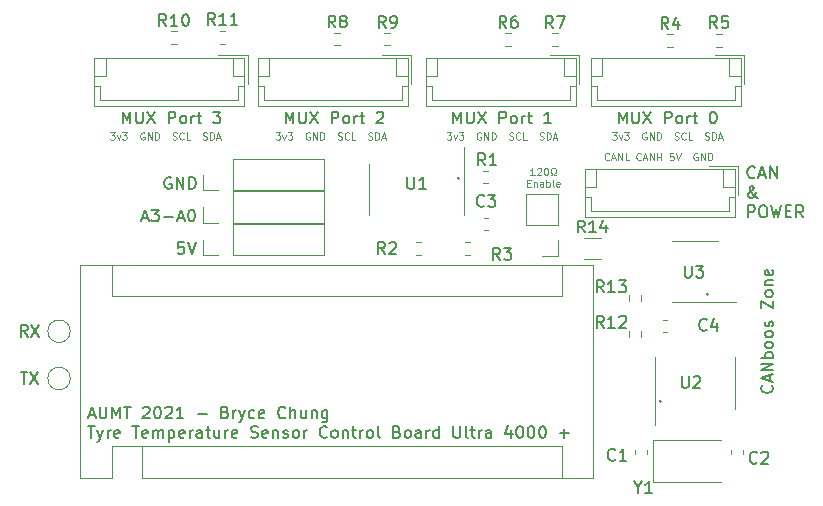
<source format=gbr>
%TF.GenerationSoftware,KiCad,Pcbnew,(5.1.9)-1*%
%TF.CreationDate,2021-08-01T22:25:33+09:30*%
%TF.ProjectId,tyre_temp_sense,74797265-5f74-4656-9d70-5f73656e7365,rev?*%
%TF.SameCoordinates,Original*%
%TF.FileFunction,Legend,Top*%
%TF.FilePolarity,Positive*%
%FSLAX46Y46*%
G04 Gerber Fmt 4.6, Leading zero omitted, Abs format (unit mm)*
G04 Created by KiCad (PCBNEW (5.1.9)-1) date 2021-08-01 22:25:33*
%MOMM*%
%LPD*%
G01*
G04 APERTURE LIST*
%ADD10C,0.120000*%
%ADD11C,0.150000*%
%ADD12C,0.100000*%
G04 APERTURE END LIST*
D10*
X114510499Y-86930000D02*
G75*
G03*
X114510499Y-86930000I-100499J0D01*
G01*
X97417703Y-68040000D02*
G75*
G03*
X97417703Y-68040000I-107703J0D01*
G01*
X118500454Y-77870000D02*
G75*
G03*
X118500454Y-77870000I-110454J0D01*
G01*
D11*
X122407023Y-67957142D02*
X122359404Y-68004761D01*
X122216547Y-68052380D01*
X122121309Y-68052380D01*
X121978452Y-68004761D01*
X121883214Y-67909523D01*
X121835595Y-67814285D01*
X121787976Y-67623809D01*
X121787976Y-67480952D01*
X121835595Y-67290476D01*
X121883214Y-67195238D01*
X121978452Y-67100000D01*
X122121309Y-67052380D01*
X122216547Y-67052380D01*
X122359404Y-67100000D01*
X122407023Y-67147619D01*
X122787976Y-67766666D02*
X123264166Y-67766666D01*
X122692738Y-68052380D02*
X123026071Y-67052380D01*
X123359404Y-68052380D01*
X123692738Y-68052380D02*
X123692738Y-67052380D01*
X124264166Y-68052380D01*
X124264166Y-67052380D01*
X122645119Y-69702380D02*
X122597500Y-69702380D01*
X122502261Y-69654761D01*
X122359404Y-69511904D01*
X122121309Y-69226190D01*
X122026071Y-69083333D01*
X121978452Y-68940476D01*
X121978452Y-68845238D01*
X122026071Y-68750000D01*
X122121309Y-68702380D01*
X122168928Y-68702380D01*
X122264166Y-68750000D01*
X122311785Y-68845238D01*
X122311785Y-68892857D01*
X122264166Y-68988095D01*
X122216547Y-69035714D01*
X121930833Y-69226190D01*
X121883214Y-69273809D01*
X121835595Y-69369047D01*
X121835595Y-69511904D01*
X121883214Y-69607142D01*
X121930833Y-69654761D01*
X122026071Y-69702380D01*
X122168928Y-69702380D01*
X122264166Y-69654761D01*
X122311785Y-69607142D01*
X122454642Y-69416666D01*
X122502261Y-69273809D01*
X122502261Y-69178571D01*
X121835595Y-71352380D02*
X121835595Y-70352380D01*
X122216547Y-70352380D01*
X122311785Y-70400000D01*
X122359404Y-70447619D01*
X122407023Y-70542857D01*
X122407023Y-70685714D01*
X122359404Y-70780952D01*
X122311785Y-70828571D01*
X122216547Y-70876190D01*
X121835595Y-70876190D01*
X123026071Y-70352380D02*
X123216547Y-70352380D01*
X123311785Y-70400000D01*
X123407023Y-70495238D01*
X123454642Y-70685714D01*
X123454642Y-71019047D01*
X123407023Y-71209523D01*
X123311785Y-71304761D01*
X123216547Y-71352380D01*
X123026071Y-71352380D01*
X122930833Y-71304761D01*
X122835595Y-71209523D01*
X122787976Y-71019047D01*
X122787976Y-70685714D01*
X122835595Y-70495238D01*
X122930833Y-70400000D01*
X123026071Y-70352380D01*
X123787976Y-70352380D02*
X124026071Y-71352380D01*
X124216547Y-70638095D01*
X124407023Y-71352380D01*
X124645119Y-70352380D01*
X125026071Y-70828571D02*
X125359404Y-70828571D01*
X125502261Y-71352380D02*
X125026071Y-71352380D01*
X125026071Y-70352380D01*
X125502261Y-70352380D01*
X126502261Y-71352380D02*
X126168928Y-70876190D01*
X125930833Y-71352380D02*
X125930833Y-70352380D01*
X126311785Y-70352380D01*
X126407023Y-70400000D01*
X126454642Y-70447619D01*
X126502261Y-70542857D01*
X126502261Y-70685714D01*
X126454642Y-70780952D01*
X126407023Y-70828571D01*
X126311785Y-70876190D01*
X125930833Y-70876190D01*
X123857142Y-85595238D02*
X123904761Y-85642857D01*
X123952380Y-85785714D01*
X123952380Y-85880952D01*
X123904761Y-86023809D01*
X123809523Y-86119047D01*
X123714285Y-86166666D01*
X123523809Y-86214285D01*
X123380952Y-86214285D01*
X123190476Y-86166666D01*
X123095238Y-86119047D01*
X123000000Y-86023809D01*
X122952380Y-85880952D01*
X122952380Y-85785714D01*
X123000000Y-85642857D01*
X123047619Y-85595238D01*
X123666666Y-85214285D02*
X123666666Y-84738095D01*
X123952380Y-85309523D02*
X122952380Y-84976190D01*
X123952380Y-84642857D01*
X123952380Y-84309523D02*
X122952380Y-84309523D01*
X123952380Y-83738095D01*
X122952380Y-83738095D01*
X123952380Y-83261904D02*
X122952380Y-83261904D01*
X123333333Y-83261904D02*
X123285714Y-83166666D01*
X123285714Y-82976190D01*
X123333333Y-82880952D01*
X123380952Y-82833333D01*
X123476190Y-82785714D01*
X123761904Y-82785714D01*
X123857142Y-82833333D01*
X123904761Y-82880952D01*
X123952380Y-82976190D01*
X123952380Y-83166666D01*
X123904761Y-83261904D01*
X123952380Y-82214285D02*
X123904761Y-82309523D01*
X123857142Y-82357142D01*
X123761904Y-82404761D01*
X123476190Y-82404761D01*
X123380952Y-82357142D01*
X123333333Y-82309523D01*
X123285714Y-82214285D01*
X123285714Y-82071428D01*
X123333333Y-81976190D01*
X123380952Y-81928571D01*
X123476190Y-81880952D01*
X123761904Y-81880952D01*
X123857142Y-81928571D01*
X123904761Y-81976190D01*
X123952380Y-82071428D01*
X123952380Y-82214285D01*
X123952380Y-81309523D02*
X123904761Y-81404761D01*
X123857142Y-81452380D01*
X123761904Y-81500000D01*
X123476190Y-81500000D01*
X123380952Y-81452380D01*
X123333333Y-81404761D01*
X123285714Y-81309523D01*
X123285714Y-81166666D01*
X123333333Y-81071428D01*
X123380952Y-81023809D01*
X123476190Y-80976190D01*
X123761904Y-80976190D01*
X123857142Y-81023809D01*
X123904761Y-81071428D01*
X123952380Y-81166666D01*
X123952380Y-81309523D01*
X123904761Y-80595238D02*
X123952380Y-80500000D01*
X123952380Y-80309523D01*
X123904761Y-80214285D01*
X123809523Y-80166666D01*
X123761904Y-80166666D01*
X123666666Y-80214285D01*
X123619047Y-80309523D01*
X123619047Y-80452380D01*
X123571428Y-80547619D01*
X123476190Y-80595238D01*
X123428571Y-80595238D01*
X123333333Y-80547619D01*
X123285714Y-80452380D01*
X123285714Y-80309523D01*
X123333333Y-80214285D01*
X122952380Y-79071428D02*
X122952380Y-78404761D01*
X123952380Y-79071428D01*
X123952380Y-78404761D01*
X123952380Y-77880952D02*
X123904761Y-77976190D01*
X123857142Y-78023809D01*
X123761904Y-78071428D01*
X123476190Y-78071428D01*
X123380952Y-78023809D01*
X123333333Y-77976190D01*
X123285714Y-77880952D01*
X123285714Y-77738095D01*
X123333333Y-77642857D01*
X123380952Y-77595238D01*
X123476190Y-77547619D01*
X123761904Y-77547619D01*
X123857142Y-77595238D01*
X123904761Y-77642857D01*
X123952380Y-77738095D01*
X123952380Y-77880952D01*
X123285714Y-77119047D02*
X123952380Y-77119047D01*
X123380952Y-77119047D02*
X123333333Y-77071428D01*
X123285714Y-76976190D01*
X123285714Y-76833333D01*
X123333333Y-76738095D01*
X123428571Y-76690476D01*
X123952380Y-76690476D01*
X123904761Y-75833333D02*
X123952380Y-75928571D01*
X123952380Y-76119047D01*
X123904761Y-76214285D01*
X123809523Y-76261904D01*
X123428571Y-76261904D01*
X123333333Y-76214285D01*
X123285714Y-76119047D01*
X123285714Y-75928571D01*
X123333333Y-75833333D01*
X123428571Y-75785714D01*
X123523809Y-75785714D01*
X123619047Y-76261904D01*
X66037976Y-88091666D02*
X66514166Y-88091666D01*
X65942738Y-88377380D02*
X66276071Y-87377380D01*
X66609404Y-88377380D01*
X66942738Y-87377380D02*
X66942738Y-88186904D01*
X66990357Y-88282142D01*
X67037976Y-88329761D01*
X67133214Y-88377380D01*
X67323690Y-88377380D01*
X67418928Y-88329761D01*
X67466547Y-88282142D01*
X67514166Y-88186904D01*
X67514166Y-87377380D01*
X67990357Y-88377380D02*
X67990357Y-87377380D01*
X68323690Y-88091666D01*
X68657023Y-87377380D01*
X68657023Y-88377380D01*
X68990357Y-87377380D02*
X69561785Y-87377380D01*
X69276071Y-88377380D02*
X69276071Y-87377380D01*
X70609404Y-87472619D02*
X70657023Y-87425000D01*
X70752261Y-87377380D01*
X70990357Y-87377380D01*
X71085595Y-87425000D01*
X71133214Y-87472619D01*
X71180833Y-87567857D01*
X71180833Y-87663095D01*
X71133214Y-87805952D01*
X70561785Y-88377380D01*
X71180833Y-88377380D01*
X71799880Y-87377380D02*
X71895119Y-87377380D01*
X71990357Y-87425000D01*
X72037976Y-87472619D01*
X72085595Y-87567857D01*
X72133214Y-87758333D01*
X72133214Y-87996428D01*
X72085595Y-88186904D01*
X72037976Y-88282142D01*
X71990357Y-88329761D01*
X71895119Y-88377380D01*
X71799880Y-88377380D01*
X71704642Y-88329761D01*
X71657023Y-88282142D01*
X71609404Y-88186904D01*
X71561785Y-87996428D01*
X71561785Y-87758333D01*
X71609404Y-87567857D01*
X71657023Y-87472619D01*
X71704642Y-87425000D01*
X71799880Y-87377380D01*
X72514166Y-87472619D02*
X72561785Y-87425000D01*
X72657023Y-87377380D01*
X72895119Y-87377380D01*
X72990357Y-87425000D01*
X73037976Y-87472619D01*
X73085595Y-87567857D01*
X73085595Y-87663095D01*
X73037976Y-87805952D01*
X72466547Y-88377380D01*
X73085595Y-88377380D01*
X74037976Y-88377380D02*
X73466547Y-88377380D01*
X73752261Y-88377380D02*
X73752261Y-87377380D01*
X73657023Y-87520238D01*
X73561785Y-87615476D01*
X73466547Y-87663095D01*
X75228452Y-87996428D02*
X75990357Y-87996428D01*
X77561785Y-87853571D02*
X77704642Y-87901190D01*
X77752261Y-87948809D01*
X77799880Y-88044047D01*
X77799880Y-88186904D01*
X77752261Y-88282142D01*
X77704642Y-88329761D01*
X77609404Y-88377380D01*
X77228452Y-88377380D01*
X77228452Y-87377380D01*
X77561785Y-87377380D01*
X77657023Y-87425000D01*
X77704642Y-87472619D01*
X77752261Y-87567857D01*
X77752261Y-87663095D01*
X77704642Y-87758333D01*
X77657023Y-87805952D01*
X77561785Y-87853571D01*
X77228452Y-87853571D01*
X78228452Y-88377380D02*
X78228452Y-87710714D01*
X78228452Y-87901190D02*
X78276071Y-87805952D01*
X78323690Y-87758333D01*
X78418928Y-87710714D01*
X78514166Y-87710714D01*
X78752261Y-87710714D02*
X78990357Y-88377380D01*
X79228452Y-87710714D02*
X78990357Y-88377380D01*
X78895119Y-88615476D01*
X78847500Y-88663095D01*
X78752261Y-88710714D01*
X80037976Y-88329761D02*
X79942738Y-88377380D01*
X79752261Y-88377380D01*
X79657023Y-88329761D01*
X79609404Y-88282142D01*
X79561785Y-88186904D01*
X79561785Y-87901190D01*
X79609404Y-87805952D01*
X79657023Y-87758333D01*
X79752261Y-87710714D01*
X79942738Y-87710714D01*
X80037976Y-87758333D01*
X80847500Y-88329761D02*
X80752261Y-88377380D01*
X80561785Y-88377380D01*
X80466547Y-88329761D01*
X80418928Y-88234523D01*
X80418928Y-87853571D01*
X80466547Y-87758333D01*
X80561785Y-87710714D01*
X80752261Y-87710714D01*
X80847500Y-87758333D01*
X80895119Y-87853571D01*
X80895119Y-87948809D01*
X80418928Y-88044047D01*
X82657023Y-88282142D02*
X82609404Y-88329761D01*
X82466547Y-88377380D01*
X82371309Y-88377380D01*
X82228452Y-88329761D01*
X82133214Y-88234523D01*
X82085595Y-88139285D01*
X82037976Y-87948809D01*
X82037976Y-87805952D01*
X82085595Y-87615476D01*
X82133214Y-87520238D01*
X82228452Y-87425000D01*
X82371309Y-87377380D01*
X82466547Y-87377380D01*
X82609404Y-87425000D01*
X82657023Y-87472619D01*
X83085595Y-88377380D02*
X83085595Y-87377380D01*
X83514166Y-88377380D02*
X83514166Y-87853571D01*
X83466547Y-87758333D01*
X83371309Y-87710714D01*
X83228452Y-87710714D01*
X83133214Y-87758333D01*
X83085595Y-87805952D01*
X84418928Y-87710714D02*
X84418928Y-88377380D01*
X83990357Y-87710714D02*
X83990357Y-88234523D01*
X84037976Y-88329761D01*
X84133214Y-88377380D01*
X84276071Y-88377380D01*
X84371309Y-88329761D01*
X84418928Y-88282142D01*
X84895119Y-87710714D02*
X84895119Y-88377380D01*
X84895119Y-87805952D02*
X84942738Y-87758333D01*
X85037976Y-87710714D01*
X85180833Y-87710714D01*
X85276071Y-87758333D01*
X85323690Y-87853571D01*
X85323690Y-88377380D01*
X86228452Y-87710714D02*
X86228452Y-88520238D01*
X86180833Y-88615476D01*
X86133214Y-88663095D01*
X86037976Y-88710714D01*
X85895119Y-88710714D01*
X85799880Y-88663095D01*
X86228452Y-88329761D02*
X86133214Y-88377380D01*
X85942738Y-88377380D01*
X85847500Y-88329761D01*
X85799880Y-88282142D01*
X85752261Y-88186904D01*
X85752261Y-87901190D01*
X85799880Y-87805952D01*
X85847500Y-87758333D01*
X85942738Y-87710714D01*
X86133214Y-87710714D01*
X86228452Y-87758333D01*
X65942738Y-89027380D02*
X66514166Y-89027380D01*
X66228452Y-90027380D02*
X66228452Y-89027380D01*
X66752261Y-89360714D02*
X66990357Y-90027380D01*
X67228452Y-89360714D02*
X66990357Y-90027380D01*
X66895119Y-90265476D01*
X66847500Y-90313095D01*
X66752261Y-90360714D01*
X67609404Y-90027380D02*
X67609404Y-89360714D01*
X67609404Y-89551190D02*
X67657023Y-89455952D01*
X67704642Y-89408333D01*
X67799880Y-89360714D01*
X67895119Y-89360714D01*
X68609404Y-89979761D02*
X68514166Y-90027380D01*
X68323690Y-90027380D01*
X68228452Y-89979761D01*
X68180833Y-89884523D01*
X68180833Y-89503571D01*
X68228452Y-89408333D01*
X68323690Y-89360714D01*
X68514166Y-89360714D01*
X68609404Y-89408333D01*
X68657023Y-89503571D01*
X68657023Y-89598809D01*
X68180833Y-89694047D01*
X69704642Y-89027380D02*
X70276071Y-89027380D01*
X69990357Y-90027380D02*
X69990357Y-89027380D01*
X70990357Y-89979761D02*
X70895119Y-90027380D01*
X70704642Y-90027380D01*
X70609404Y-89979761D01*
X70561785Y-89884523D01*
X70561785Y-89503571D01*
X70609404Y-89408333D01*
X70704642Y-89360714D01*
X70895119Y-89360714D01*
X70990357Y-89408333D01*
X71037976Y-89503571D01*
X71037976Y-89598809D01*
X70561785Y-89694047D01*
X71466547Y-90027380D02*
X71466547Y-89360714D01*
X71466547Y-89455952D02*
X71514166Y-89408333D01*
X71609404Y-89360714D01*
X71752261Y-89360714D01*
X71847500Y-89408333D01*
X71895119Y-89503571D01*
X71895119Y-90027380D01*
X71895119Y-89503571D02*
X71942738Y-89408333D01*
X72037976Y-89360714D01*
X72180833Y-89360714D01*
X72276071Y-89408333D01*
X72323690Y-89503571D01*
X72323690Y-90027380D01*
X72799880Y-89360714D02*
X72799880Y-90360714D01*
X72799880Y-89408333D02*
X72895119Y-89360714D01*
X73085595Y-89360714D01*
X73180833Y-89408333D01*
X73228452Y-89455952D01*
X73276071Y-89551190D01*
X73276071Y-89836904D01*
X73228452Y-89932142D01*
X73180833Y-89979761D01*
X73085595Y-90027380D01*
X72895119Y-90027380D01*
X72799880Y-89979761D01*
X74085595Y-89979761D02*
X73990357Y-90027380D01*
X73799880Y-90027380D01*
X73704642Y-89979761D01*
X73657023Y-89884523D01*
X73657023Y-89503571D01*
X73704642Y-89408333D01*
X73799880Y-89360714D01*
X73990357Y-89360714D01*
X74085595Y-89408333D01*
X74133214Y-89503571D01*
X74133214Y-89598809D01*
X73657023Y-89694047D01*
X74561785Y-90027380D02*
X74561785Y-89360714D01*
X74561785Y-89551190D02*
X74609404Y-89455952D01*
X74657023Y-89408333D01*
X74752261Y-89360714D01*
X74847500Y-89360714D01*
X75609404Y-90027380D02*
X75609404Y-89503571D01*
X75561785Y-89408333D01*
X75466547Y-89360714D01*
X75276071Y-89360714D01*
X75180833Y-89408333D01*
X75609404Y-89979761D02*
X75514166Y-90027380D01*
X75276071Y-90027380D01*
X75180833Y-89979761D01*
X75133214Y-89884523D01*
X75133214Y-89789285D01*
X75180833Y-89694047D01*
X75276071Y-89646428D01*
X75514166Y-89646428D01*
X75609404Y-89598809D01*
X75942738Y-89360714D02*
X76323690Y-89360714D01*
X76085595Y-89027380D02*
X76085595Y-89884523D01*
X76133214Y-89979761D01*
X76228452Y-90027380D01*
X76323690Y-90027380D01*
X77085595Y-89360714D02*
X77085595Y-90027380D01*
X76657023Y-89360714D02*
X76657023Y-89884523D01*
X76704642Y-89979761D01*
X76799880Y-90027380D01*
X76942738Y-90027380D01*
X77037976Y-89979761D01*
X77085595Y-89932142D01*
X77561785Y-90027380D02*
X77561785Y-89360714D01*
X77561785Y-89551190D02*
X77609404Y-89455952D01*
X77657023Y-89408333D01*
X77752261Y-89360714D01*
X77847500Y-89360714D01*
X78561785Y-89979761D02*
X78466547Y-90027380D01*
X78276071Y-90027380D01*
X78180833Y-89979761D01*
X78133214Y-89884523D01*
X78133214Y-89503571D01*
X78180833Y-89408333D01*
X78276071Y-89360714D01*
X78466547Y-89360714D01*
X78561785Y-89408333D01*
X78609404Y-89503571D01*
X78609404Y-89598809D01*
X78133214Y-89694047D01*
X79752261Y-89979761D02*
X79895119Y-90027380D01*
X80133214Y-90027380D01*
X80228452Y-89979761D01*
X80276071Y-89932142D01*
X80323690Y-89836904D01*
X80323690Y-89741666D01*
X80276071Y-89646428D01*
X80228452Y-89598809D01*
X80133214Y-89551190D01*
X79942738Y-89503571D01*
X79847500Y-89455952D01*
X79799880Y-89408333D01*
X79752261Y-89313095D01*
X79752261Y-89217857D01*
X79799880Y-89122619D01*
X79847500Y-89075000D01*
X79942738Y-89027380D01*
X80180833Y-89027380D01*
X80323690Y-89075000D01*
X81133214Y-89979761D02*
X81037976Y-90027380D01*
X80847500Y-90027380D01*
X80752261Y-89979761D01*
X80704642Y-89884523D01*
X80704642Y-89503571D01*
X80752261Y-89408333D01*
X80847500Y-89360714D01*
X81037976Y-89360714D01*
X81133214Y-89408333D01*
X81180833Y-89503571D01*
X81180833Y-89598809D01*
X80704642Y-89694047D01*
X81609404Y-89360714D02*
X81609404Y-90027380D01*
X81609404Y-89455952D02*
X81657023Y-89408333D01*
X81752261Y-89360714D01*
X81895119Y-89360714D01*
X81990357Y-89408333D01*
X82037976Y-89503571D01*
X82037976Y-90027380D01*
X82466547Y-89979761D02*
X82561785Y-90027380D01*
X82752261Y-90027380D01*
X82847500Y-89979761D01*
X82895119Y-89884523D01*
X82895119Y-89836904D01*
X82847500Y-89741666D01*
X82752261Y-89694047D01*
X82609404Y-89694047D01*
X82514166Y-89646428D01*
X82466547Y-89551190D01*
X82466547Y-89503571D01*
X82514166Y-89408333D01*
X82609404Y-89360714D01*
X82752261Y-89360714D01*
X82847500Y-89408333D01*
X83466547Y-90027380D02*
X83371309Y-89979761D01*
X83323690Y-89932142D01*
X83276071Y-89836904D01*
X83276071Y-89551190D01*
X83323690Y-89455952D01*
X83371309Y-89408333D01*
X83466547Y-89360714D01*
X83609404Y-89360714D01*
X83704642Y-89408333D01*
X83752261Y-89455952D01*
X83799880Y-89551190D01*
X83799880Y-89836904D01*
X83752261Y-89932142D01*
X83704642Y-89979761D01*
X83609404Y-90027380D01*
X83466547Y-90027380D01*
X84228452Y-90027380D02*
X84228452Y-89360714D01*
X84228452Y-89551190D02*
X84276071Y-89455952D01*
X84323690Y-89408333D01*
X84418928Y-89360714D01*
X84514166Y-89360714D01*
X86180833Y-89932142D02*
X86133214Y-89979761D01*
X85990357Y-90027380D01*
X85895119Y-90027380D01*
X85752261Y-89979761D01*
X85657023Y-89884523D01*
X85609404Y-89789285D01*
X85561785Y-89598809D01*
X85561785Y-89455952D01*
X85609404Y-89265476D01*
X85657023Y-89170238D01*
X85752261Y-89075000D01*
X85895119Y-89027380D01*
X85990357Y-89027380D01*
X86133214Y-89075000D01*
X86180833Y-89122619D01*
X86752261Y-90027380D02*
X86657023Y-89979761D01*
X86609404Y-89932142D01*
X86561785Y-89836904D01*
X86561785Y-89551190D01*
X86609404Y-89455952D01*
X86657023Y-89408333D01*
X86752261Y-89360714D01*
X86895119Y-89360714D01*
X86990357Y-89408333D01*
X87037976Y-89455952D01*
X87085595Y-89551190D01*
X87085595Y-89836904D01*
X87037976Y-89932142D01*
X86990357Y-89979761D01*
X86895119Y-90027380D01*
X86752261Y-90027380D01*
X87514166Y-89360714D02*
X87514166Y-90027380D01*
X87514166Y-89455952D02*
X87561785Y-89408333D01*
X87657023Y-89360714D01*
X87799880Y-89360714D01*
X87895119Y-89408333D01*
X87942738Y-89503571D01*
X87942738Y-90027380D01*
X88276071Y-89360714D02*
X88657023Y-89360714D01*
X88418928Y-89027380D02*
X88418928Y-89884523D01*
X88466547Y-89979761D01*
X88561785Y-90027380D01*
X88657023Y-90027380D01*
X88990357Y-90027380D02*
X88990357Y-89360714D01*
X88990357Y-89551190D02*
X89037976Y-89455952D01*
X89085595Y-89408333D01*
X89180833Y-89360714D01*
X89276071Y-89360714D01*
X89752261Y-90027380D02*
X89657023Y-89979761D01*
X89609404Y-89932142D01*
X89561785Y-89836904D01*
X89561785Y-89551190D01*
X89609404Y-89455952D01*
X89657023Y-89408333D01*
X89752261Y-89360714D01*
X89895119Y-89360714D01*
X89990357Y-89408333D01*
X90037976Y-89455952D01*
X90085595Y-89551190D01*
X90085595Y-89836904D01*
X90037976Y-89932142D01*
X89990357Y-89979761D01*
X89895119Y-90027380D01*
X89752261Y-90027380D01*
X90657023Y-90027380D02*
X90561785Y-89979761D01*
X90514166Y-89884523D01*
X90514166Y-89027380D01*
X92133214Y-89503571D02*
X92276071Y-89551190D01*
X92323690Y-89598809D01*
X92371309Y-89694047D01*
X92371309Y-89836904D01*
X92323690Y-89932142D01*
X92276071Y-89979761D01*
X92180833Y-90027380D01*
X91799880Y-90027380D01*
X91799880Y-89027380D01*
X92133214Y-89027380D01*
X92228452Y-89075000D01*
X92276071Y-89122619D01*
X92323690Y-89217857D01*
X92323690Y-89313095D01*
X92276071Y-89408333D01*
X92228452Y-89455952D01*
X92133214Y-89503571D01*
X91799880Y-89503571D01*
X92942738Y-90027380D02*
X92847499Y-89979761D01*
X92799880Y-89932142D01*
X92752261Y-89836904D01*
X92752261Y-89551190D01*
X92799880Y-89455952D01*
X92847499Y-89408333D01*
X92942738Y-89360714D01*
X93085595Y-89360714D01*
X93180833Y-89408333D01*
X93228452Y-89455952D01*
X93276071Y-89551190D01*
X93276071Y-89836904D01*
X93228452Y-89932142D01*
X93180833Y-89979761D01*
X93085595Y-90027380D01*
X92942738Y-90027380D01*
X94133214Y-90027380D02*
X94133214Y-89503571D01*
X94085595Y-89408333D01*
X93990357Y-89360714D01*
X93799880Y-89360714D01*
X93704642Y-89408333D01*
X94133214Y-89979761D02*
X94037976Y-90027380D01*
X93799880Y-90027380D01*
X93704642Y-89979761D01*
X93657023Y-89884523D01*
X93657023Y-89789285D01*
X93704642Y-89694047D01*
X93799880Y-89646428D01*
X94037976Y-89646428D01*
X94133214Y-89598809D01*
X94609404Y-90027380D02*
X94609404Y-89360714D01*
X94609404Y-89551190D02*
X94657023Y-89455952D01*
X94704642Y-89408333D01*
X94799880Y-89360714D01*
X94895119Y-89360714D01*
X95657023Y-90027380D02*
X95657023Y-89027380D01*
X95657023Y-89979761D02*
X95561785Y-90027380D01*
X95371309Y-90027380D01*
X95276071Y-89979761D01*
X95228452Y-89932142D01*
X95180833Y-89836904D01*
X95180833Y-89551190D01*
X95228452Y-89455952D01*
X95276071Y-89408333D01*
X95371309Y-89360714D01*
X95561785Y-89360714D01*
X95657023Y-89408333D01*
X96895119Y-89027380D02*
X96895119Y-89836904D01*
X96942738Y-89932142D01*
X96990357Y-89979761D01*
X97085595Y-90027380D01*
X97276071Y-90027380D01*
X97371309Y-89979761D01*
X97418928Y-89932142D01*
X97466547Y-89836904D01*
X97466547Y-89027380D01*
X98085595Y-90027380D02*
X97990357Y-89979761D01*
X97942738Y-89884523D01*
X97942738Y-89027380D01*
X98323690Y-89360714D02*
X98704642Y-89360714D01*
X98466547Y-89027380D02*
X98466547Y-89884523D01*
X98514166Y-89979761D01*
X98609404Y-90027380D01*
X98704642Y-90027380D01*
X99037976Y-90027380D02*
X99037976Y-89360714D01*
X99037976Y-89551190D02*
X99085595Y-89455952D01*
X99133214Y-89408333D01*
X99228452Y-89360714D01*
X99323690Y-89360714D01*
X100085595Y-90027380D02*
X100085595Y-89503571D01*
X100037976Y-89408333D01*
X99942738Y-89360714D01*
X99752261Y-89360714D01*
X99657023Y-89408333D01*
X100085595Y-89979761D02*
X99990357Y-90027380D01*
X99752261Y-90027380D01*
X99657023Y-89979761D01*
X99609404Y-89884523D01*
X99609404Y-89789285D01*
X99657023Y-89694047D01*
X99752261Y-89646428D01*
X99990357Y-89646428D01*
X100085595Y-89598809D01*
X101752261Y-89360714D02*
X101752261Y-90027380D01*
X101514166Y-88979761D02*
X101276071Y-89694047D01*
X101895119Y-89694047D01*
X102466547Y-89027380D02*
X102561785Y-89027380D01*
X102657023Y-89075000D01*
X102704642Y-89122619D01*
X102752261Y-89217857D01*
X102799880Y-89408333D01*
X102799880Y-89646428D01*
X102752261Y-89836904D01*
X102704642Y-89932142D01*
X102657023Y-89979761D01*
X102561785Y-90027380D01*
X102466547Y-90027380D01*
X102371309Y-89979761D01*
X102323690Y-89932142D01*
X102276071Y-89836904D01*
X102228452Y-89646428D01*
X102228452Y-89408333D01*
X102276071Y-89217857D01*
X102323690Y-89122619D01*
X102371309Y-89075000D01*
X102466547Y-89027380D01*
X103418928Y-89027380D02*
X103514166Y-89027380D01*
X103609404Y-89075000D01*
X103657023Y-89122619D01*
X103704642Y-89217857D01*
X103752261Y-89408333D01*
X103752261Y-89646428D01*
X103704642Y-89836904D01*
X103657023Y-89932142D01*
X103609404Y-89979761D01*
X103514166Y-90027380D01*
X103418928Y-90027380D01*
X103323690Y-89979761D01*
X103276071Y-89932142D01*
X103228452Y-89836904D01*
X103180833Y-89646428D01*
X103180833Y-89408333D01*
X103228452Y-89217857D01*
X103276071Y-89122619D01*
X103323690Y-89075000D01*
X103418928Y-89027380D01*
X104371309Y-89027380D02*
X104466547Y-89027380D01*
X104561785Y-89075000D01*
X104609404Y-89122619D01*
X104657023Y-89217857D01*
X104704642Y-89408333D01*
X104704642Y-89646428D01*
X104657023Y-89836904D01*
X104609404Y-89932142D01*
X104561785Y-89979761D01*
X104466547Y-90027380D01*
X104371309Y-90027380D01*
X104276071Y-89979761D01*
X104228452Y-89932142D01*
X104180833Y-89836904D01*
X104133214Y-89646428D01*
X104133214Y-89408333D01*
X104180833Y-89217857D01*
X104228452Y-89122619D01*
X104276071Y-89075000D01*
X104371309Y-89027380D01*
X105895119Y-89646428D02*
X106657023Y-89646428D01*
X106276071Y-90027380D02*
X106276071Y-89265476D01*
X74059523Y-73452380D02*
X73583333Y-73452380D01*
X73535714Y-73928571D01*
X73583333Y-73880952D01*
X73678571Y-73833333D01*
X73916666Y-73833333D01*
X74011904Y-73880952D01*
X74059523Y-73928571D01*
X74107142Y-74023809D01*
X74107142Y-74261904D01*
X74059523Y-74357142D01*
X74011904Y-74404761D01*
X73916666Y-74452380D01*
X73678571Y-74452380D01*
X73583333Y-74404761D01*
X73535714Y-74357142D01*
X74392857Y-73452380D02*
X74726190Y-74452380D01*
X75059523Y-73452380D01*
X70511904Y-71416666D02*
X70988095Y-71416666D01*
X70416666Y-71702380D02*
X70750000Y-70702380D01*
X71083333Y-71702380D01*
X71321428Y-70702380D02*
X71940476Y-70702380D01*
X71607142Y-71083333D01*
X71750000Y-71083333D01*
X71845238Y-71130952D01*
X71892857Y-71178571D01*
X71940476Y-71273809D01*
X71940476Y-71511904D01*
X71892857Y-71607142D01*
X71845238Y-71654761D01*
X71750000Y-71702380D01*
X71464285Y-71702380D01*
X71369047Y-71654761D01*
X71321428Y-71607142D01*
X72369047Y-71321428D02*
X73130952Y-71321428D01*
X73559523Y-71416666D02*
X74035714Y-71416666D01*
X73464285Y-71702380D02*
X73797619Y-70702380D01*
X74130952Y-71702380D01*
X74654761Y-70702380D02*
X74750000Y-70702380D01*
X74845238Y-70750000D01*
X74892857Y-70797619D01*
X74940476Y-70892857D01*
X74988095Y-71083333D01*
X74988095Y-71321428D01*
X74940476Y-71511904D01*
X74892857Y-71607142D01*
X74845238Y-71654761D01*
X74750000Y-71702380D01*
X74654761Y-71702380D01*
X74559523Y-71654761D01*
X74511904Y-71607142D01*
X74464285Y-71511904D01*
X74416666Y-71321428D01*
X74416666Y-71083333D01*
X74464285Y-70892857D01*
X74511904Y-70797619D01*
X74559523Y-70750000D01*
X74654761Y-70702380D01*
X72988095Y-68000000D02*
X72892857Y-67952380D01*
X72750000Y-67952380D01*
X72607142Y-68000000D01*
X72511904Y-68095238D01*
X72464285Y-68190476D01*
X72416666Y-68380952D01*
X72416666Y-68523809D01*
X72464285Y-68714285D01*
X72511904Y-68809523D01*
X72607142Y-68904761D01*
X72750000Y-68952380D01*
X72845238Y-68952380D01*
X72988095Y-68904761D01*
X73035714Y-68857142D01*
X73035714Y-68523809D01*
X72845238Y-68523809D01*
X73464285Y-68952380D02*
X73464285Y-67952380D01*
X74035714Y-68952380D01*
X74035714Y-67952380D01*
X74511904Y-68952380D02*
X74511904Y-67952380D01*
X74750000Y-67952380D01*
X74892857Y-68000000D01*
X74988095Y-68095238D01*
X75035714Y-68190476D01*
X75083333Y-68380952D01*
X75083333Y-68523809D01*
X75035714Y-68714285D01*
X74988095Y-68809523D01*
X74892857Y-68904761D01*
X74750000Y-68952380D01*
X74511904Y-68952380D01*
D12*
X103757142Y-67771428D02*
X103414285Y-67771428D01*
X103585714Y-67771428D02*
X103585714Y-67171428D01*
X103528571Y-67257142D01*
X103471428Y-67314285D01*
X103414285Y-67342857D01*
X103985714Y-67228571D02*
X104014285Y-67200000D01*
X104071428Y-67171428D01*
X104214285Y-67171428D01*
X104271428Y-67200000D01*
X104300000Y-67228571D01*
X104328571Y-67285714D01*
X104328571Y-67342857D01*
X104300000Y-67428571D01*
X103957142Y-67771428D01*
X104328571Y-67771428D01*
X104700000Y-67171428D02*
X104757142Y-67171428D01*
X104814285Y-67200000D01*
X104842857Y-67228571D01*
X104871428Y-67285714D01*
X104900000Y-67400000D01*
X104900000Y-67542857D01*
X104871428Y-67657142D01*
X104842857Y-67714285D01*
X104814285Y-67742857D01*
X104757142Y-67771428D01*
X104700000Y-67771428D01*
X104642857Y-67742857D01*
X104614285Y-67714285D01*
X104585714Y-67657142D01*
X104557142Y-67542857D01*
X104557142Y-67400000D01*
X104585714Y-67285714D01*
X104614285Y-67228571D01*
X104642857Y-67200000D01*
X104700000Y-67171428D01*
X105128571Y-67771428D02*
X105271428Y-67771428D01*
X105271428Y-67657142D01*
X105214285Y-67628571D01*
X105157142Y-67571428D01*
X105128571Y-67485714D01*
X105128571Y-67342857D01*
X105157142Y-67257142D01*
X105214285Y-67200000D01*
X105300000Y-67171428D01*
X105414285Y-67171428D01*
X105500000Y-67200000D01*
X105557142Y-67257142D01*
X105585714Y-67342857D01*
X105585714Y-67485714D01*
X105557142Y-67571428D01*
X105500000Y-67628571D01*
X105442857Y-67657142D01*
X105442857Y-67771428D01*
X105585714Y-67771428D01*
X103142857Y-68457142D02*
X103342857Y-68457142D01*
X103428571Y-68771428D02*
X103142857Y-68771428D01*
X103142857Y-68171428D01*
X103428571Y-68171428D01*
X103685714Y-68371428D02*
X103685714Y-68771428D01*
X103685714Y-68428571D02*
X103714285Y-68400000D01*
X103771428Y-68371428D01*
X103857142Y-68371428D01*
X103914285Y-68400000D01*
X103942857Y-68457142D01*
X103942857Y-68771428D01*
X104485714Y-68771428D02*
X104485714Y-68457142D01*
X104457142Y-68400000D01*
X104400000Y-68371428D01*
X104285714Y-68371428D01*
X104228571Y-68400000D01*
X104485714Y-68742857D02*
X104428571Y-68771428D01*
X104285714Y-68771428D01*
X104228571Y-68742857D01*
X104200000Y-68685714D01*
X104200000Y-68628571D01*
X104228571Y-68571428D01*
X104285714Y-68542857D01*
X104428571Y-68542857D01*
X104485714Y-68514285D01*
X104771428Y-68771428D02*
X104771428Y-68171428D01*
X104771428Y-68400000D02*
X104828571Y-68371428D01*
X104942857Y-68371428D01*
X105000000Y-68400000D01*
X105028571Y-68428571D01*
X105057142Y-68485714D01*
X105057142Y-68657142D01*
X105028571Y-68714285D01*
X105000000Y-68742857D01*
X104942857Y-68771428D01*
X104828571Y-68771428D01*
X104771428Y-68742857D01*
X105400000Y-68771428D02*
X105342857Y-68742857D01*
X105314285Y-68685714D01*
X105314285Y-68171428D01*
X105857142Y-68742857D02*
X105800000Y-68771428D01*
X105685714Y-68771428D01*
X105628571Y-68742857D01*
X105600000Y-68685714D01*
X105600000Y-68457142D01*
X105628571Y-68400000D01*
X105685714Y-68371428D01*
X105800000Y-68371428D01*
X105857142Y-68400000D01*
X105885714Y-68457142D01*
X105885714Y-68514285D01*
X105600000Y-68571428D01*
X110064285Y-66464285D02*
X110035714Y-66492857D01*
X109950000Y-66521428D01*
X109892857Y-66521428D01*
X109807142Y-66492857D01*
X109750000Y-66435714D01*
X109721428Y-66378571D01*
X109692857Y-66264285D01*
X109692857Y-66178571D01*
X109721428Y-66064285D01*
X109750000Y-66007142D01*
X109807142Y-65950000D01*
X109892857Y-65921428D01*
X109950000Y-65921428D01*
X110035714Y-65950000D01*
X110064285Y-65978571D01*
X110292857Y-66350000D02*
X110578571Y-66350000D01*
X110235714Y-66521428D02*
X110435714Y-65921428D01*
X110635714Y-66521428D01*
X110835714Y-66521428D02*
X110835714Y-65921428D01*
X111178571Y-66521428D01*
X111178571Y-65921428D01*
X111750000Y-66521428D02*
X111464285Y-66521428D01*
X111464285Y-65921428D01*
X112750000Y-66464285D02*
X112721428Y-66492857D01*
X112635714Y-66521428D01*
X112578571Y-66521428D01*
X112492857Y-66492857D01*
X112435714Y-66435714D01*
X112407142Y-66378571D01*
X112378571Y-66264285D01*
X112378571Y-66178571D01*
X112407142Y-66064285D01*
X112435714Y-66007142D01*
X112492857Y-65950000D01*
X112578571Y-65921428D01*
X112635714Y-65921428D01*
X112721428Y-65950000D01*
X112750000Y-65978571D01*
X112978571Y-66350000D02*
X113264285Y-66350000D01*
X112921428Y-66521428D02*
X113121428Y-65921428D01*
X113321428Y-66521428D01*
X113521428Y-66521428D02*
X113521428Y-65921428D01*
X113864285Y-66521428D01*
X113864285Y-65921428D01*
X114150000Y-66521428D02*
X114150000Y-65921428D01*
X114150000Y-66207142D02*
X114492857Y-66207142D01*
X114492857Y-66521428D02*
X114492857Y-65921428D01*
X115521428Y-65921428D02*
X115235714Y-65921428D01*
X115207142Y-66207142D01*
X115235714Y-66178571D01*
X115292857Y-66150000D01*
X115435714Y-66150000D01*
X115492857Y-66178571D01*
X115521428Y-66207142D01*
X115550000Y-66264285D01*
X115550000Y-66407142D01*
X115521428Y-66464285D01*
X115492857Y-66492857D01*
X115435714Y-66521428D01*
X115292857Y-66521428D01*
X115235714Y-66492857D01*
X115207142Y-66464285D01*
X115721428Y-65921428D02*
X115921428Y-66521428D01*
X116121428Y-65921428D01*
X117550000Y-65950000D02*
X117492857Y-65921428D01*
X117407142Y-65921428D01*
X117321428Y-65950000D01*
X117264285Y-66007142D01*
X117235714Y-66064285D01*
X117207142Y-66178571D01*
X117207142Y-66264285D01*
X117235714Y-66378571D01*
X117264285Y-66435714D01*
X117321428Y-66492857D01*
X117407142Y-66521428D01*
X117464285Y-66521428D01*
X117550000Y-66492857D01*
X117578571Y-66464285D01*
X117578571Y-66264285D01*
X117464285Y-66264285D01*
X117835714Y-66521428D02*
X117835714Y-65921428D01*
X118178571Y-66521428D01*
X118178571Y-65921428D01*
X118464285Y-66521428D02*
X118464285Y-65921428D01*
X118607142Y-65921428D01*
X118692857Y-65950000D01*
X118750000Y-66007142D01*
X118778571Y-66064285D01*
X118807142Y-66178571D01*
X118807142Y-66264285D01*
X118778571Y-66378571D01*
X118750000Y-66435714D01*
X118692857Y-66492857D01*
X118607142Y-66521428D01*
X118464285Y-66521428D01*
X67828571Y-64171428D02*
X68200000Y-64171428D01*
X68000000Y-64400000D01*
X68085714Y-64400000D01*
X68142857Y-64428571D01*
X68171428Y-64457142D01*
X68200000Y-64514285D01*
X68200000Y-64657142D01*
X68171428Y-64714285D01*
X68142857Y-64742857D01*
X68085714Y-64771428D01*
X67914285Y-64771428D01*
X67857142Y-64742857D01*
X67828571Y-64714285D01*
X68400000Y-64371428D02*
X68542857Y-64771428D01*
X68685714Y-64371428D01*
X68857142Y-64171428D02*
X69228571Y-64171428D01*
X69028571Y-64400000D01*
X69114285Y-64400000D01*
X69171428Y-64428571D01*
X69200000Y-64457142D01*
X69228571Y-64514285D01*
X69228571Y-64657142D01*
X69200000Y-64714285D01*
X69171428Y-64742857D01*
X69114285Y-64771428D01*
X68942857Y-64771428D01*
X68885714Y-64742857D01*
X68857142Y-64714285D01*
X70714285Y-64200000D02*
X70657142Y-64171428D01*
X70571428Y-64171428D01*
X70485714Y-64200000D01*
X70428571Y-64257142D01*
X70400000Y-64314285D01*
X70371428Y-64428571D01*
X70371428Y-64514285D01*
X70400000Y-64628571D01*
X70428571Y-64685714D01*
X70485714Y-64742857D01*
X70571428Y-64771428D01*
X70628571Y-64771428D01*
X70714285Y-64742857D01*
X70742857Y-64714285D01*
X70742857Y-64514285D01*
X70628571Y-64514285D01*
X71000000Y-64771428D02*
X71000000Y-64171428D01*
X71342857Y-64771428D01*
X71342857Y-64171428D01*
X71628571Y-64771428D02*
X71628571Y-64171428D01*
X71771428Y-64171428D01*
X71857142Y-64200000D01*
X71914285Y-64257142D01*
X71942857Y-64314285D01*
X71971428Y-64428571D01*
X71971428Y-64514285D01*
X71942857Y-64628571D01*
X71914285Y-64685714D01*
X71857142Y-64742857D01*
X71771428Y-64771428D01*
X71628571Y-64771428D01*
X73114285Y-64742857D02*
X73200000Y-64771428D01*
X73342857Y-64771428D01*
X73400000Y-64742857D01*
X73428571Y-64714285D01*
X73457142Y-64657142D01*
X73457142Y-64600000D01*
X73428571Y-64542857D01*
X73400000Y-64514285D01*
X73342857Y-64485714D01*
X73228571Y-64457142D01*
X73171428Y-64428571D01*
X73142857Y-64400000D01*
X73114285Y-64342857D01*
X73114285Y-64285714D01*
X73142857Y-64228571D01*
X73171428Y-64200000D01*
X73228571Y-64171428D01*
X73371428Y-64171428D01*
X73457142Y-64200000D01*
X74057142Y-64714285D02*
X74028571Y-64742857D01*
X73942857Y-64771428D01*
X73885714Y-64771428D01*
X73800000Y-64742857D01*
X73742857Y-64685714D01*
X73714285Y-64628571D01*
X73685714Y-64514285D01*
X73685714Y-64428571D01*
X73714285Y-64314285D01*
X73742857Y-64257142D01*
X73800000Y-64200000D01*
X73885714Y-64171428D01*
X73942857Y-64171428D01*
X74028571Y-64200000D01*
X74057142Y-64228571D01*
X74600000Y-64771428D02*
X74314285Y-64771428D01*
X74314285Y-64171428D01*
X75685714Y-64742857D02*
X75771428Y-64771428D01*
X75914285Y-64771428D01*
X75971428Y-64742857D01*
X76000000Y-64714285D01*
X76028571Y-64657142D01*
X76028571Y-64600000D01*
X76000000Y-64542857D01*
X75971428Y-64514285D01*
X75914285Y-64485714D01*
X75800000Y-64457142D01*
X75742857Y-64428571D01*
X75714285Y-64400000D01*
X75685714Y-64342857D01*
X75685714Y-64285714D01*
X75714285Y-64228571D01*
X75742857Y-64200000D01*
X75800000Y-64171428D01*
X75942857Y-64171428D01*
X76028571Y-64200000D01*
X76285714Y-64771428D02*
X76285714Y-64171428D01*
X76428571Y-64171428D01*
X76514285Y-64200000D01*
X76571428Y-64257142D01*
X76600000Y-64314285D01*
X76628571Y-64428571D01*
X76628571Y-64514285D01*
X76600000Y-64628571D01*
X76571428Y-64685714D01*
X76514285Y-64742857D01*
X76428571Y-64771428D01*
X76285714Y-64771428D01*
X76857142Y-64600000D02*
X77142857Y-64600000D01*
X76800000Y-64771428D02*
X77000000Y-64171428D01*
X77200000Y-64771428D01*
X81828571Y-64171428D02*
X82200000Y-64171428D01*
X82000000Y-64400000D01*
X82085714Y-64400000D01*
X82142857Y-64428571D01*
X82171428Y-64457142D01*
X82200000Y-64514285D01*
X82200000Y-64657142D01*
X82171428Y-64714285D01*
X82142857Y-64742857D01*
X82085714Y-64771428D01*
X81914285Y-64771428D01*
X81857142Y-64742857D01*
X81828571Y-64714285D01*
X82400000Y-64371428D02*
X82542857Y-64771428D01*
X82685714Y-64371428D01*
X82857142Y-64171428D02*
X83228571Y-64171428D01*
X83028571Y-64400000D01*
X83114285Y-64400000D01*
X83171428Y-64428571D01*
X83200000Y-64457142D01*
X83228571Y-64514285D01*
X83228571Y-64657142D01*
X83200000Y-64714285D01*
X83171428Y-64742857D01*
X83114285Y-64771428D01*
X82942857Y-64771428D01*
X82885714Y-64742857D01*
X82857142Y-64714285D01*
X84714285Y-64200000D02*
X84657142Y-64171428D01*
X84571428Y-64171428D01*
X84485714Y-64200000D01*
X84428571Y-64257142D01*
X84400000Y-64314285D01*
X84371428Y-64428571D01*
X84371428Y-64514285D01*
X84400000Y-64628571D01*
X84428571Y-64685714D01*
X84485714Y-64742857D01*
X84571428Y-64771428D01*
X84628571Y-64771428D01*
X84714285Y-64742857D01*
X84742857Y-64714285D01*
X84742857Y-64514285D01*
X84628571Y-64514285D01*
X85000000Y-64771428D02*
X85000000Y-64171428D01*
X85342857Y-64771428D01*
X85342857Y-64171428D01*
X85628571Y-64771428D02*
X85628571Y-64171428D01*
X85771428Y-64171428D01*
X85857142Y-64200000D01*
X85914285Y-64257142D01*
X85942857Y-64314285D01*
X85971428Y-64428571D01*
X85971428Y-64514285D01*
X85942857Y-64628571D01*
X85914285Y-64685714D01*
X85857142Y-64742857D01*
X85771428Y-64771428D01*
X85628571Y-64771428D01*
X87114285Y-64742857D02*
X87200000Y-64771428D01*
X87342857Y-64771428D01*
X87400000Y-64742857D01*
X87428571Y-64714285D01*
X87457142Y-64657142D01*
X87457142Y-64600000D01*
X87428571Y-64542857D01*
X87400000Y-64514285D01*
X87342857Y-64485714D01*
X87228571Y-64457142D01*
X87171428Y-64428571D01*
X87142857Y-64400000D01*
X87114285Y-64342857D01*
X87114285Y-64285714D01*
X87142857Y-64228571D01*
X87171428Y-64200000D01*
X87228571Y-64171428D01*
X87371428Y-64171428D01*
X87457142Y-64200000D01*
X88057142Y-64714285D02*
X88028571Y-64742857D01*
X87942857Y-64771428D01*
X87885714Y-64771428D01*
X87800000Y-64742857D01*
X87742857Y-64685714D01*
X87714285Y-64628571D01*
X87685714Y-64514285D01*
X87685714Y-64428571D01*
X87714285Y-64314285D01*
X87742857Y-64257142D01*
X87800000Y-64200000D01*
X87885714Y-64171428D01*
X87942857Y-64171428D01*
X88028571Y-64200000D01*
X88057142Y-64228571D01*
X88600000Y-64771428D02*
X88314285Y-64771428D01*
X88314285Y-64171428D01*
X89685714Y-64742857D02*
X89771428Y-64771428D01*
X89914285Y-64771428D01*
X89971428Y-64742857D01*
X90000000Y-64714285D01*
X90028571Y-64657142D01*
X90028571Y-64600000D01*
X90000000Y-64542857D01*
X89971428Y-64514285D01*
X89914285Y-64485714D01*
X89800000Y-64457142D01*
X89742857Y-64428571D01*
X89714285Y-64400000D01*
X89685714Y-64342857D01*
X89685714Y-64285714D01*
X89714285Y-64228571D01*
X89742857Y-64200000D01*
X89800000Y-64171428D01*
X89942857Y-64171428D01*
X90028571Y-64200000D01*
X90285714Y-64771428D02*
X90285714Y-64171428D01*
X90428571Y-64171428D01*
X90514285Y-64200000D01*
X90571428Y-64257142D01*
X90600000Y-64314285D01*
X90628571Y-64428571D01*
X90628571Y-64514285D01*
X90600000Y-64628571D01*
X90571428Y-64685714D01*
X90514285Y-64742857D01*
X90428571Y-64771428D01*
X90285714Y-64771428D01*
X90857142Y-64600000D02*
X91142857Y-64600000D01*
X90800000Y-64771428D02*
X91000000Y-64171428D01*
X91200000Y-64771428D01*
X110328571Y-64171428D02*
X110700000Y-64171428D01*
X110500000Y-64400000D01*
X110585714Y-64400000D01*
X110642857Y-64428571D01*
X110671428Y-64457142D01*
X110700000Y-64514285D01*
X110700000Y-64657142D01*
X110671428Y-64714285D01*
X110642857Y-64742857D01*
X110585714Y-64771428D01*
X110414285Y-64771428D01*
X110357142Y-64742857D01*
X110328571Y-64714285D01*
X110900000Y-64371428D02*
X111042857Y-64771428D01*
X111185714Y-64371428D01*
X111357142Y-64171428D02*
X111728571Y-64171428D01*
X111528571Y-64400000D01*
X111614285Y-64400000D01*
X111671428Y-64428571D01*
X111700000Y-64457142D01*
X111728571Y-64514285D01*
X111728571Y-64657142D01*
X111700000Y-64714285D01*
X111671428Y-64742857D01*
X111614285Y-64771428D01*
X111442857Y-64771428D01*
X111385714Y-64742857D01*
X111357142Y-64714285D01*
X113214285Y-64200000D02*
X113157142Y-64171428D01*
X113071428Y-64171428D01*
X112985714Y-64200000D01*
X112928571Y-64257142D01*
X112900000Y-64314285D01*
X112871428Y-64428571D01*
X112871428Y-64514285D01*
X112900000Y-64628571D01*
X112928571Y-64685714D01*
X112985714Y-64742857D01*
X113071428Y-64771428D01*
X113128571Y-64771428D01*
X113214285Y-64742857D01*
X113242857Y-64714285D01*
X113242857Y-64514285D01*
X113128571Y-64514285D01*
X113500000Y-64771428D02*
X113500000Y-64171428D01*
X113842857Y-64771428D01*
X113842857Y-64171428D01*
X114128571Y-64771428D02*
X114128571Y-64171428D01*
X114271428Y-64171428D01*
X114357142Y-64200000D01*
X114414285Y-64257142D01*
X114442857Y-64314285D01*
X114471428Y-64428571D01*
X114471428Y-64514285D01*
X114442857Y-64628571D01*
X114414285Y-64685714D01*
X114357142Y-64742857D01*
X114271428Y-64771428D01*
X114128571Y-64771428D01*
X115614285Y-64742857D02*
X115700000Y-64771428D01*
X115842857Y-64771428D01*
X115900000Y-64742857D01*
X115928571Y-64714285D01*
X115957142Y-64657142D01*
X115957142Y-64600000D01*
X115928571Y-64542857D01*
X115900000Y-64514285D01*
X115842857Y-64485714D01*
X115728571Y-64457142D01*
X115671428Y-64428571D01*
X115642857Y-64400000D01*
X115614285Y-64342857D01*
X115614285Y-64285714D01*
X115642857Y-64228571D01*
X115671428Y-64200000D01*
X115728571Y-64171428D01*
X115871428Y-64171428D01*
X115957142Y-64200000D01*
X116557142Y-64714285D02*
X116528571Y-64742857D01*
X116442857Y-64771428D01*
X116385714Y-64771428D01*
X116300000Y-64742857D01*
X116242857Y-64685714D01*
X116214285Y-64628571D01*
X116185714Y-64514285D01*
X116185714Y-64428571D01*
X116214285Y-64314285D01*
X116242857Y-64257142D01*
X116300000Y-64200000D01*
X116385714Y-64171428D01*
X116442857Y-64171428D01*
X116528571Y-64200000D01*
X116557142Y-64228571D01*
X117100000Y-64771428D02*
X116814285Y-64771428D01*
X116814285Y-64171428D01*
X118185714Y-64742857D02*
X118271428Y-64771428D01*
X118414285Y-64771428D01*
X118471428Y-64742857D01*
X118500000Y-64714285D01*
X118528571Y-64657142D01*
X118528571Y-64600000D01*
X118500000Y-64542857D01*
X118471428Y-64514285D01*
X118414285Y-64485714D01*
X118300000Y-64457142D01*
X118242857Y-64428571D01*
X118214285Y-64400000D01*
X118185714Y-64342857D01*
X118185714Y-64285714D01*
X118214285Y-64228571D01*
X118242857Y-64200000D01*
X118300000Y-64171428D01*
X118442857Y-64171428D01*
X118528571Y-64200000D01*
X118785714Y-64771428D02*
X118785714Y-64171428D01*
X118928571Y-64171428D01*
X119014285Y-64200000D01*
X119071428Y-64257142D01*
X119100000Y-64314285D01*
X119128571Y-64428571D01*
X119128571Y-64514285D01*
X119100000Y-64628571D01*
X119071428Y-64685714D01*
X119014285Y-64742857D01*
X118928571Y-64771428D01*
X118785714Y-64771428D01*
X119357142Y-64600000D02*
X119642857Y-64600000D01*
X119300000Y-64771428D02*
X119500000Y-64171428D01*
X119700000Y-64771428D01*
X96328571Y-64171428D02*
X96700000Y-64171428D01*
X96500000Y-64400000D01*
X96585714Y-64400000D01*
X96642857Y-64428571D01*
X96671428Y-64457142D01*
X96700000Y-64514285D01*
X96700000Y-64657142D01*
X96671428Y-64714285D01*
X96642857Y-64742857D01*
X96585714Y-64771428D01*
X96414285Y-64771428D01*
X96357142Y-64742857D01*
X96328571Y-64714285D01*
X96900000Y-64371428D02*
X97042857Y-64771428D01*
X97185714Y-64371428D01*
X97357142Y-64171428D02*
X97728571Y-64171428D01*
X97528571Y-64400000D01*
X97614285Y-64400000D01*
X97671428Y-64428571D01*
X97700000Y-64457142D01*
X97728571Y-64514285D01*
X97728571Y-64657142D01*
X97700000Y-64714285D01*
X97671428Y-64742857D01*
X97614285Y-64771428D01*
X97442857Y-64771428D01*
X97385714Y-64742857D01*
X97357142Y-64714285D01*
X99214285Y-64200000D02*
X99157142Y-64171428D01*
X99071428Y-64171428D01*
X98985714Y-64200000D01*
X98928571Y-64257142D01*
X98900000Y-64314285D01*
X98871428Y-64428571D01*
X98871428Y-64514285D01*
X98900000Y-64628571D01*
X98928571Y-64685714D01*
X98985714Y-64742857D01*
X99071428Y-64771428D01*
X99128571Y-64771428D01*
X99214285Y-64742857D01*
X99242857Y-64714285D01*
X99242857Y-64514285D01*
X99128571Y-64514285D01*
X99500000Y-64771428D02*
X99500000Y-64171428D01*
X99842857Y-64771428D01*
X99842857Y-64171428D01*
X100128571Y-64771428D02*
X100128571Y-64171428D01*
X100271428Y-64171428D01*
X100357142Y-64200000D01*
X100414285Y-64257142D01*
X100442857Y-64314285D01*
X100471428Y-64428571D01*
X100471428Y-64514285D01*
X100442857Y-64628571D01*
X100414285Y-64685714D01*
X100357142Y-64742857D01*
X100271428Y-64771428D01*
X100128571Y-64771428D01*
X101614285Y-64742857D02*
X101700000Y-64771428D01*
X101842857Y-64771428D01*
X101900000Y-64742857D01*
X101928571Y-64714285D01*
X101957142Y-64657142D01*
X101957142Y-64600000D01*
X101928571Y-64542857D01*
X101900000Y-64514285D01*
X101842857Y-64485714D01*
X101728571Y-64457142D01*
X101671428Y-64428571D01*
X101642857Y-64400000D01*
X101614285Y-64342857D01*
X101614285Y-64285714D01*
X101642857Y-64228571D01*
X101671428Y-64200000D01*
X101728571Y-64171428D01*
X101871428Y-64171428D01*
X101957142Y-64200000D01*
X102557142Y-64714285D02*
X102528571Y-64742857D01*
X102442857Y-64771428D01*
X102385714Y-64771428D01*
X102300000Y-64742857D01*
X102242857Y-64685714D01*
X102214285Y-64628571D01*
X102185714Y-64514285D01*
X102185714Y-64428571D01*
X102214285Y-64314285D01*
X102242857Y-64257142D01*
X102300000Y-64200000D01*
X102385714Y-64171428D01*
X102442857Y-64171428D01*
X102528571Y-64200000D01*
X102557142Y-64228571D01*
X103100000Y-64771428D02*
X102814285Y-64771428D01*
X102814285Y-64171428D01*
X104185714Y-64742857D02*
X104271428Y-64771428D01*
X104414285Y-64771428D01*
X104471428Y-64742857D01*
X104500000Y-64714285D01*
X104528571Y-64657142D01*
X104528571Y-64600000D01*
X104500000Y-64542857D01*
X104471428Y-64514285D01*
X104414285Y-64485714D01*
X104300000Y-64457142D01*
X104242857Y-64428571D01*
X104214285Y-64400000D01*
X104185714Y-64342857D01*
X104185714Y-64285714D01*
X104214285Y-64228571D01*
X104242857Y-64200000D01*
X104300000Y-64171428D01*
X104442857Y-64171428D01*
X104528571Y-64200000D01*
X104785714Y-64771428D02*
X104785714Y-64171428D01*
X104928571Y-64171428D01*
X105014285Y-64200000D01*
X105071428Y-64257142D01*
X105100000Y-64314285D01*
X105128571Y-64428571D01*
X105128571Y-64514285D01*
X105100000Y-64628571D01*
X105071428Y-64685714D01*
X105014285Y-64742857D01*
X104928571Y-64771428D01*
X104785714Y-64771428D01*
X105357142Y-64600000D02*
X105642857Y-64600000D01*
X105300000Y-64771428D02*
X105500000Y-64171428D01*
X105700000Y-64771428D01*
D11*
X110880952Y-63402380D02*
X110880952Y-62402380D01*
X111214285Y-63116666D01*
X111547619Y-62402380D01*
X111547619Y-63402380D01*
X112023809Y-62402380D02*
X112023809Y-63211904D01*
X112071428Y-63307142D01*
X112119047Y-63354761D01*
X112214285Y-63402380D01*
X112404761Y-63402380D01*
X112500000Y-63354761D01*
X112547619Y-63307142D01*
X112595238Y-63211904D01*
X112595238Y-62402380D01*
X112976190Y-62402380D02*
X113642857Y-63402380D01*
X113642857Y-62402380D02*
X112976190Y-63402380D01*
X114785714Y-63402380D02*
X114785714Y-62402380D01*
X115166666Y-62402380D01*
X115261904Y-62450000D01*
X115309523Y-62497619D01*
X115357142Y-62592857D01*
X115357142Y-62735714D01*
X115309523Y-62830952D01*
X115261904Y-62878571D01*
X115166666Y-62926190D01*
X114785714Y-62926190D01*
X115928571Y-63402380D02*
X115833333Y-63354761D01*
X115785714Y-63307142D01*
X115738095Y-63211904D01*
X115738095Y-62926190D01*
X115785714Y-62830952D01*
X115833333Y-62783333D01*
X115928571Y-62735714D01*
X116071428Y-62735714D01*
X116166666Y-62783333D01*
X116214285Y-62830952D01*
X116261904Y-62926190D01*
X116261904Y-63211904D01*
X116214285Y-63307142D01*
X116166666Y-63354761D01*
X116071428Y-63402380D01*
X115928571Y-63402380D01*
X116690476Y-63402380D02*
X116690476Y-62735714D01*
X116690476Y-62926190D02*
X116738095Y-62830952D01*
X116785714Y-62783333D01*
X116880952Y-62735714D01*
X116976190Y-62735714D01*
X117166666Y-62735714D02*
X117547619Y-62735714D01*
X117309523Y-62402380D02*
X117309523Y-63259523D01*
X117357142Y-63354761D01*
X117452380Y-63402380D01*
X117547619Y-63402380D01*
X118833333Y-62402380D02*
X118928571Y-62402380D01*
X119023809Y-62450000D01*
X119071428Y-62497619D01*
X119119047Y-62592857D01*
X119166666Y-62783333D01*
X119166666Y-63021428D01*
X119119047Y-63211904D01*
X119071428Y-63307142D01*
X119023809Y-63354761D01*
X118928571Y-63402380D01*
X118833333Y-63402380D01*
X118738095Y-63354761D01*
X118690476Y-63307142D01*
X118642857Y-63211904D01*
X118595238Y-63021428D01*
X118595238Y-62783333D01*
X118642857Y-62592857D01*
X118690476Y-62497619D01*
X118738095Y-62450000D01*
X118833333Y-62402380D01*
X96880952Y-63402380D02*
X96880952Y-62402380D01*
X97214285Y-63116666D01*
X97547619Y-62402380D01*
X97547619Y-63402380D01*
X98023809Y-62402380D02*
X98023809Y-63211904D01*
X98071428Y-63307142D01*
X98119047Y-63354761D01*
X98214285Y-63402380D01*
X98404761Y-63402380D01*
X98500000Y-63354761D01*
X98547619Y-63307142D01*
X98595238Y-63211904D01*
X98595238Y-62402380D01*
X98976190Y-62402380D02*
X99642857Y-63402380D01*
X99642857Y-62402380D02*
X98976190Y-63402380D01*
X100785714Y-63402380D02*
X100785714Y-62402380D01*
X101166666Y-62402380D01*
X101261904Y-62450000D01*
X101309523Y-62497619D01*
X101357142Y-62592857D01*
X101357142Y-62735714D01*
X101309523Y-62830952D01*
X101261904Y-62878571D01*
X101166666Y-62926190D01*
X100785714Y-62926190D01*
X101928571Y-63402380D02*
X101833333Y-63354761D01*
X101785714Y-63307142D01*
X101738095Y-63211904D01*
X101738095Y-62926190D01*
X101785714Y-62830952D01*
X101833333Y-62783333D01*
X101928571Y-62735714D01*
X102071428Y-62735714D01*
X102166666Y-62783333D01*
X102214285Y-62830952D01*
X102261904Y-62926190D01*
X102261904Y-63211904D01*
X102214285Y-63307142D01*
X102166666Y-63354761D01*
X102071428Y-63402380D01*
X101928571Y-63402380D01*
X102690476Y-63402380D02*
X102690476Y-62735714D01*
X102690476Y-62926190D02*
X102738095Y-62830952D01*
X102785714Y-62783333D01*
X102880952Y-62735714D01*
X102976190Y-62735714D01*
X103166666Y-62735714D02*
X103547619Y-62735714D01*
X103309523Y-62402380D02*
X103309523Y-63259523D01*
X103357142Y-63354761D01*
X103452380Y-63402380D01*
X103547619Y-63402380D01*
X105166666Y-63402380D02*
X104595238Y-63402380D01*
X104880952Y-63402380D02*
X104880952Y-62402380D01*
X104785714Y-62545238D01*
X104690476Y-62640476D01*
X104595238Y-62688095D01*
X82680952Y-63402380D02*
X82680952Y-62402380D01*
X83014285Y-63116666D01*
X83347619Y-62402380D01*
X83347619Y-63402380D01*
X83823809Y-62402380D02*
X83823809Y-63211904D01*
X83871428Y-63307142D01*
X83919047Y-63354761D01*
X84014285Y-63402380D01*
X84204761Y-63402380D01*
X84300000Y-63354761D01*
X84347619Y-63307142D01*
X84395238Y-63211904D01*
X84395238Y-62402380D01*
X84776190Y-62402380D02*
X85442857Y-63402380D01*
X85442857Y-62402380D02*
X84776190Y-63402380D01*
X86585714Y-63402380D02*
X86585714Y-62402380D01*
X86966666Y-62402380D01*
X87061904Y-62450000D01*
X87109523Y-62497619D01*
X87157142Y-62592857D01*
X87157142Y-62735714D01*
X87109523Y-62830952D01*
X87061904Y-62878571D01*
X86966666Y-62926190D01*
X86585714Y-62926190D01*
X87728571Y-63402380D02*
X87633333Y-63354761D01*
X87585714Y-63307142D01*
X87538095Y-63211904D01*
X87538095Y-62926190D01*
X87585714Y-62830952D01*
X87633333Y-62783333D01*
X87728571Y-62735714D01*
X87871428Y-62735714D01*
X87966666Y-62783333D01*
X88014285Y-62830952D01*
X88061904Y-62926190D01*
X88061904Y-63211904D01*
X88014285Y-63307142D01*
X87966666Y-63354761D01*
X87871428Y-63402380D01*
X87728571Y-63402380D01*
X88490476Y-63402380D02*
X88490476Y-62735714D01*
X88490476Y-62926190D02*
X88538095Y-62830952D01*
X88585714Y-62783333D01*
X88680952Y-62735714D01*
X88776190Y-62735714D01*
X88966666Y-62735714D02*
X89347619Y-62735714D01*
X89109523Y-62402380D02*
X89109523Y-63259523D01*
X89157142Y-63354761D01*
X89252380Y-63402380D01*
X89347619Y-63402380D01*
X90395238Y-62497619D02*
X90442857Y-62450000D01*
X90538095Y-62402380D01*
X90776190Y-62402380D01*
X90871428Y-62450000D01*
X90919047Y-62497619D01*
X90966666Y-62592857D01*
X90966666Y-62688095D01*
X90919047Y-62830952D01*
X90347619Y-63402380D01*
X90966666Y-63402380D01*
X68880952Y-63402380D02*
X68880952Y-62402380D01*
X69214285Y-63116666D01*
X69547619Y-62402380D01*
X69547619Y-63402380D01*
X70023809Y-62402380D02*
X70023809Y-63211904D01*
X70071428Y-63307142D01*
X70119047Y-63354761D01*
X70214285Y-63402380D01*
X70404761Y-63402380D01*
X70500000Y-63354761D01*
X70547619Y-63307142D01*
X70595238Y-63211904D01*
X70595238Y-62402380D01*
X70976190Y-62402380D02*
X71642857Y-63402380D01*
X71642857Y-62402380D02*
X70976190Y-63402380D01*
X72785714Y-63402380D02*
X72785714Y-62402380D01*
X73166666Y-62402380D01*
X73261904Y-62450000D01*
X73309523Y-62497619D01*
X73357142Y-62592857D01*
X73357142Y-62735714D01*
X73309523Y-62830952D01*
X73261904Y-62878571D01*
X73166666Y-62926190D01*
X72785714Y-62926190D01*
X73928571Y-63402380D02*
X73833333Y-63354761D01*
X73785714Y-63307142D01*
X73738095Y-63211904D01*
X73738095Y-62926190D01*
X73785714Y-62830952D01*
X73833333Y-62783333D01*
X73928571Y-62735714D01*
X74071428Y-62735714D01*
X74166666Y-62783333D01*
X74214285Y-62830952D01*
X74261904Y-62926190D01*
X74261904Y-63211904D01*
X74214285Y-63307142D01*
X74166666Y-63354761D01*
X74071428Y-63402380D01*
X73928571Y-63402380D01*
X74690476Y-63402380D02*
X74690476Y-62735714D01*
X74690476Y-62926190D02*
X74738095Y-62830952D01*
X74785714Y-62783333D01*
X74880952Y-62735714D01*
X74976190Y-62735714D01*
X75166666Y-62735714D02*
X75547619Y-62735714D01*
X75309523Y-62402380D02*
X75309523Y-63259523D01*
X75357142Y-63354761D01*
X75452380Y-63402380D01*
X75547619Y-63402380D01*
X76547619Y-62402380D02*
X77166666Y-62402380D01*
X76833333Y-62783333D01*
X76976190Y-62783333D01*
X77071428Y-62830952D01*
X77119047Y-62878571D01*
X77166666Y-62973809D01*
X77166666Y-63211904D01*
X77119047Y-63307142D01*
X77071428Y-63354761D01*
X76976190Y-63402380D01*
X76690476Y-63402380D01*
X76595238Y-63354761D01*
X76547619Y-63307142D01*
X60238095Y-84452380D02*
X60809523Y-84452380D01*
X60523809Y-85452380D02*
X60523809Y-84452380D01*
X61047619Y-84452380D02*
X61714285Y-85452380D01*
X61714285Y-84452380D02*
X61047619Y-85452380D01*
X60833333Y-81452380D02*
X60500000Y-80976190D01*
X60261904Y-81452380D02*
X60261904Y-80452380D01*
X60642857Y-80452380D01*
X60738095Y-80500000D01*
X60785714Y-80547619D01*
X60833333Y-80642857D01*
X60833333Y-80785714D01*
X60785714Y-80880952D01*
X60738095Y-80928571D01*
X60642857Y-80976190D01*
X60261904Y-80976190D01*
X61166666Y-80452380D02*
X61833333Y-81452380D01*
X61833333Y-80452380D02*
X61166666Y-81452380D01*
D10*
%TO.C,R14*%
X107919436Y-73090000D02*
X109373564Y-73090000D01*
X107919436Y-74910000D02*
X109373564Y-74910000D01*
%TO.C,J8*%
X85950000Y-69080000D02*
X85950000Y-66420000D01*
X78270000Y-69080000D02*
X85950000Y-69080000D01*
X78270000Y-66420000D02*
X85950000Y-66420000D01*
X78270000Y-69080000D02*
X78270000Y-66420000D01*
X77000000Y-69080000D02*
X75670000Y-69080000D01*
X75670000Y-69080000D02*
X75670000Y-67750000D01*
%TO.C,J9*%
X85950000Y-74580000D02*
X85950000Y-71920000D01*
X78270000Y-74580000D02*
X85950000Y-74580000D01*
X78270000Y-71920000D02*
X85950000Y-71920000D01*
X78270000Y-74580000D02*
X78270000Y-71920000D01*
X77000000Y-74580000D02*
X75670000Y-74580000D01*
X75670000Y-74580000D02*
X75670000Y-73250000D01*
%TO.C,J7*%
X85950000Y-71830000D02*
X85950000Y-69170000D01*
X78270000Y-71830000D02*
X85950000Y-71830000D01*
X78270000Y-69170000D02*
X85950000Y-69170000D01*
X78270000Y-71830000D02*
X78270000Y-69170000D01*
X77000000Y-71830000D02*
X75670000Y-71830000D01*
X75670000Y-71830000D02*
X75670000Y-70500000D01*
%TO.C,TP9*%
X64450000Y-85000000D02*
G75*
G03*
X64450000Y-85000000I-950000J0D01*
G01*
%TO.C,TP8*%
X64450000Y-81000000D02*
G75*
G03*
X64450000Y-81000000I-950000J0D01*
G01*
%TO.C,J6*%
X105724000Y-74609000D02*
X104394000Y-74609000D01*
X105724000Y-73279000D02*
X105724000Y-74609000D01*
X105724000Y-72009000D02*
X103064000Y-72009000D01*
X103064000Y-72009000D02*
X103064000Y-69409000D01*
X105724000Y-72009000D02*
X105724000Y-69409000D01*
X105724000Y-69409000D02*
X103064000Y-69409000D01*
%TO.C,C4*%
X114667420Y-81028000D02*
X114948580Y-81028000D01*
X114667420Y-80008000D02*
X114948580Y-80008000D01*
%TO.C,Y1*%
X113800000Y-93800000D02*
X119550000Y-93800000D01*
X113800000Y-90200000D02*
X113800000Y-93800000D01*
X119550000Y-90200000D02*
X113800000Y-90200000D01*
%TO.C,U3*%
X117348000Y-78506000D02*
X120798000Y-78506000D01*
X117348000Y-78506000D02*
X115398000Y-78506000D01*
X117348000Y-73386000D02*
X119298000Y-73386000D01*
X117348000Y-73386000D02*
X115398000Y-73386000D01*
%TO.C,U2*%
X113963000Y-85344000D02*
X113963000Y-88944000D01*
X113963000Y-85344000D02*
X113963000Y-83144000D01*
X120733000Y-85344000D02*
X120733000Y-87544000D01*
X120733000Y-85344000D02*
X120733000Y-83144000D01*
%TO.C,U1*%
X97785000Y-69000000D02*
X97785000Y-65400000D01*
X97785000Y-69000000D02*
X97785000Y-71200000D01*
X89715000Y-69000000D02*
X89715000Y-66800000D01*
X89715000Y-69000000D02*
X89715000Y-71200000D01*
%TO.C,R13*%
X111745500Y-77930742D02*
X111745500Y-78405258D01*
X112790500Y-77930742D02*
X112790500Y-78405258D01*
%TO.C,R12*%
X111745500Y-80979742D02*
X111745500Y-81454258D01*
X112790500Y-80979742D02*
X112790500Y-81454258D01*
%TO.C,R11*%
X77580258Y-55611500D02*
X77105742Y-55611500D01*
X77580258Y-56656500D02*
X77105742Y-56656500D01*
%TO.C,R10*%
X72978742Y-56656500D02*
X73453258Y-56656500D01*
X72978742Y-55611500D02*
X73453258Y-55611500D01*
%TO.C,R9*%
X91486258Y-55738500D02*
X91011742Y-55738500D01*
X91486258Y-56783500D02*
X91011742Y-56783500D01*
%TO.C,R8*%
X86821742Y-56783500D02*
X87296258Y-56783500D01*
X86821742Y-55738500D02*
X87296258Y-55738500D01*
%TO.C,R7*%
X105710258Y-55765500D02*
X105235742Y-55765500D01*
X105710258Y-56810500D02*
X105235742Y-56810500D01*
%TO.C,R6*%
X101299742Y-56810500D02*
X101774258Y-56810500D01*
X101299742Y-55765500D02*
X101774258Y-55765500D01*
%TO.C,R5*%
X119617258Y-55865500D02*
X119142742Y-55865500D01*
X119617258Y-56910500D02*
X119142742Y-56910500D01*
%TO.C,R4*%
X115014742Y-56910500D02*
X115489258Y-56910500D01*
X115014742Y-55865500D02*
X115489258Y-55865500D01*
%TO.C,R3*%
X98312258Y-73477500D02*
X97837742Y-73477500D01*
X98312258Y-74522500D02*
X97837742Y-74522500D01*
%TO.C,R2*%
X93687742Y-74522500D02*
X94162258Y-74522500D01*
X93687742Y-73477500D02*
X94162258Y-73477500D01*
%TO.C,R1*%
X99831258Y-67422500D02*
X99356742Y-67422500D01*
X99831258Y-68467500D02*
X99356742Y-68467500D01*
%TO.C,J5*%
X79491000Y-57588000D02*
X76991000Y-57588000D01*
X79491000Y-60088000D02*
X79491000Y-57588000D01*
X67471000Y-59388000D02*
X67471000Y-57888000D01*
X66471000Y-59388000D02*
X67471000Y-59388000D01*
X78191000Y-59388000D02*
X78191000Y-57888000D01*
X79191000Y-59388000D02*
X78191000Y-59388000D01*
X66971000Y-60198000D02*
X66471000Y-60198000D01*
X66971000Y-61408000D02*
X66971000Y-60198000D01*
X78691000Y-61408000D02*
X66971000Y-61408000D01*
X78691000Y-60198000D02*
X78691000Y-61408000D01*
X79191000Y-60198000D02*
X78691000Y-60198000D01*
X66471000Y-61908000D02*
X79191000Y-61908000D01*
X66471000Y-57888000D02*
X66471000Y-61908000D01*
X79191000Y-57888000D02*
X66471000Y-57888000D01*
X79191000Y-61908000D02*
X79191000Y-57888000D01*
%TO.C,J4*%
X93334000Y-57588000D02*
X90834000Y-57588000D01*
X93334000Y-60088000D02*
X93334000Y-57588000D01*
X81314000Y-59388000D02*
X81314000Y-57888000D01*
X80314000Y-59388000D02*
X81314000Y-59388000D01*
X92034000Y-59388000D02*
X92034000Y-57888000D01*
X93034000Y-59388000D02*
X92034000Y-59388000D01*
X80814000Y-60198000D02*
X80314000Y-60198000D01*
X80814000Y-61408000D02*
X80814000Y-60198000D01*
X92534000Y-61408000D02*
X80814000Y-61408000D01*
X92534000Y-60198000D02*
X92534000Y-61408000D01*
X93034000Y-60198000D02*
X92534000Y-60198000D01*
X80314000Y-61908000D02*
X93034000Y-61908000D01*
X80314000Y-57888000D02*
X80314000Y-61908000D01*
X93034000Y-57888000D02*
X80314000Y-57888000D01*
X93034000Y-61908000D02*
X93034000Y-57888000D01*
%TO.C,J3*%
X107558000Y-57590000D02*
X105058000Y-57590000D01*
X107558000Y-60090000D02*
X107558000Y-57590000D01*
X95538000Y-59390000D02*
X95538000Y-57890000D01*
X94538000Y-59390000D02*
X95538000Y-59390000D01*
X106258000Y-59390000D02*
X106258000Y-57890000D01*
X107258000Y-59390000D02*
X106258000Y-59390000D01*
X95038000Y-60200000D02*
X94538000Y-60200000D01*
X95038000Y-61410000D02*
X95038000Y-60200000D01*
X106758000Y-61410000D02*
X95038000Y-61410000D01*
X106758000Y-60200000D02*
X106758000Y-61410000D01*
X107258000Y-60200000D02*
X106758000Y-60200000D01*
X94538000Y-61910000D02*
X107258000Y-61910000D01*
X94538000Y-57890000D02*
X94538000Y-61910000D01*
X107258000Y-57890000D02*
X94538000Y-57890000D01*
X107258000Y-61910000D02*
X107258000Y-57890000D01*
%TO.C,J2*%
X121228000Y-61910000D02*
X121228000Y-57890000D01*
X121228000Y-57890000D02*
X108508000Y-57890000D01*
X108508000Y-57890000D02*
X108508000Y-61910000D01*
X108508000Y-61910000D02*
X121228000Y-61910000D01*
X121228000Y-60200000D02*
X120728000Y-60200000D01*
X120728000Y-60200000D02*
X120728000Y-61410000D01*
X120728000Y-61410000D02*
X109008000Y-61410000D01*
X109008000Y-61410000D02*
X109008000Y-60200000D01*
X109008000Y-60200000D02*
X108508000Y-60200000D01*
X121228000Y-59390000D02*
X120228000Y-59390000D01*
X120228000Y-59390000D02*
X120228000Y-57890000D01*
X108508000Y-59390000D02*
X109508000Y-59390000D01*
X109508000Y-59390000D02*
X109508000Y-57890000D01*
X121528000Y-60090000D02*
X121528000Y-57590000D01*
X121528000Y-57590000D02*
X119028000Y-57590000D01*
%TO.C,J1*%
X121020000Y-66986000D02*
X118520000Y-66986000D01*
X121020000Y-69486000D02*
X121020000Y-66986000D01*
X109000000Y-68786000D02*
X109000000Y-67286000D01*
X108000000Y-68786000D02*
X109000000Y-68786000D01*
X119720000Y-68786000D02*
X119720000Y-67286000D01*
X120720000Y-68786000D02*
X119720000Y-68786000D01*
X108500000Y-69596000D02*
X108000000Y-69596000D01*
X108500000Y-70806000D02*
X108500000Y-69596000D01*
X120220000Y-70806000D02*
X108500000Y-70806000D01*
X120220000Y-69596000D02*
X120220000Y-70806000D01*
X120720000Y-69596000D02*
X120220000Y-69596000D01*
X108000000Y-71306000D02*
X120720000Y-71306000D01*
X108000000Y-67286000D02*
X108000000Y-71306000D01*
X120720000Y-67286000D02*
X108000000Y-67286000D01*
X120720000Y-71306000D02*
X120720000Y-67286000D01*
%TO.C,C2*%
X121414000Y-91365580D02*
X121414000Y-91084420D01*
X120394000Y-91365580D02*
X120394000Y-91084420D01*
%TO.C,C1*%
X113286000Y-91365580D02*
X113286000Y-91084420D01*
X112266000Y-91365580D02*
X112266000Y-91084420D01*
%TO.C,C3*%
X99798580Y-71372000D02*
X99517420Y-71372000D01*
X99798580Y-72392000D02*
X99517420Y-72392000D01*
%TO.C,A1*%
X65280000Y-75360000D02*
X65280000Y-93400000D01*
X108720000Y-75360000D02*
X65280000Y-75360000D01*
X108720000Y-93400000D02*
X108720000Y-75360000D01*
X106050000Y-90730000D02*
X106050000Y-93400000D01*
X70490000Y-90730000D02*
X106050000Y-90730000D01*
X70490000Y-90730000D02*
X70490000Y-93400000D01*
X106050000Y-78030000D02*
X106050000Y-75360000D01*
X67950000Y-78030000D02*
X106050000Y-78030000D01*
X67950000Y-78030000D02*
X67950000Y-75360000D01*
X65280000Y-93400000D02*
X67950000Y-93400000D01*
X70490000Y-93400000D02*
X108720000Y-93400000D01*
X67950000Y-90730000D02*
X67950000Y-93400000D01*
X70490000Y-90730000D02*
X67950000Y-90730000D01*
%TO.C,R14*%
D11*
X108003642Y-72632380D02*
X107670309Y-72156190D01*
X107432214Y-72632380D02*
X107432214Y-71632380D01*
X107813166Y-71632380D01*
X107908404Y-71680000D01*
X107956023Y-71727619D01*
X108003642Y-71822857D01*
X108003642Y-71965714D01*
X107956023Y-72060952D01*
X107908404Y-72108571D01*
X107813166Y-72156190D01*
X107432214Y-72156190D01*
X108956023Y-72632380D02*
X108384595Y-72632380D01*
X108670309Y-72632380D02*
X108670309Y-71632380D01*
X108575071Y-71775238D01*
X108479833Y-71870476D01*
X108384595Y-71918095D01*
X109813166Y-71965714D02*
X109813166Y-72632380D01*
X109575071Y-71584761D02*
X109336976Y-72299047D01*
X109956023Y-72299047D01*
%TO.C,C4*%
X118333333Y-80857142D02*
X118285714Y-80904761D01*
X118142857Y-80952380D01*
X118047619Y-80952380D01*
X117904761Y-80904761D01*
X117809523Y-80809523D01*
X117761904Y-80714285D01*
X117714285Y-80523809D01*
X117714285Y-80380952D01*
X117761904Y-80190476D01*
X117809523Y-80095238D01*
X117904761Y-80000000D01*
X118047619Y-79952380D01*
X118142857Y-79952380D01*
X118285714Y-80000000D01*
X118333333Y-80047619D01*
X119190476Y-80285714D02*
X119190476Y-80952380D01*
X118952380Y-79904761D02*
X118714285Y-80619047D01*
X119333333Y-80619047D01*
%TO.C,Y1*%
X112523809Y-94226190D02*
X112523809Y-94702380D01*
X112190476Y-93702380D02*
X112523809Y-94226190D01*
X112857142Y-93702380D01*
X113714285Y-94702380D02*
X113142857Y-94702380D01*
X113428571Y-94702380D02*
X113428571Y-93702380D01*
X113333333Y-93845238D01*
X113238095Y-93940476D01*
X113142857Y-93988095D01*
%TO.C,U3*%
X116488095Y-75452380D02*
X116488095Y-76261904D01*
X116535714Y-76357142D01*
X116583333Y-76404761D01*
X116678571Y-76452380D01*
X116869047Y-76452380D01*
X116964285Y-76404761D01*
X117011904Y-76357142D01*
X117059523Y-76261904D01*
X117059523Y-75452380D01*
X117440476Y-75452380D02*
X118059523Y-75452380D01*
X117726190Y-75833333D01*
X117869047Y-75833333D01*
X117964285Y-75880952D01*
X118011904Y-75928571D01*
X118059523Y-76023809D01*
X118059523Y-76261904D01*
X118011904Y-76357142D01*
X117964285Y-76404761D01*
X117869047Y-76452380D01*
X117583333Y-76452380D01*
X117488095Y-76404761D01*
X117440476Y-76357142D01*
%TO.C,U2*%
X116238095Y-84796380D02*
X116238095Y-85605904D01*
X116285714Y-85701142D01*
X116333333Y-85748761D01*
X116428571Y-85796380D01*
X116619047Y-85796380D01*
X116714285Y-85748761D01*
X116761904Y-85701142D01*
X116809523Y-85605904D01*
X116809523Y-84796380D01*
X117238095Y-84891619D02*
X117285714Y-84844000D01*
X117380952Y-84796380D01*
X117619047Y-84796380D01*
X117714285Y-84844000D01*
X117761904Y-84891619D01*
X117809523Y-84986857D01*
X117809523Y-85082095D01*
X117761904Y-85224952D01*
X117190476Y-85796380D01*
X117809523Y-85796380D01*
%TO.C,U1*%
X92988095Y-67952380D02*
X92988095Y-68761904D01*
X93035714Y-68857142D01*
X93083333Y-68904761D01*
X93178571Y-68952380D01*
X93369047Y-68952380D01*
X93464285Y-68904761D01*
X93511904Y-68857142D01*
X93559523Y-68761904D01*
X93559523Y-67952380D01*
X94559523Y-68952380D02*
X93988095Y-68952380D01*
X94273809Y-68952380D02*
X94273809Y-67952380D01*
X94178571Y-68095238D01*
X94083333Y-68190476D01*
X93988095Y-68238095D01*
%TO.C,R13*%
X109607142Y-77702380D02*
X109273809Y-77226190D01*
X109035714Y-77702380D02*
X109035714Y-76702380D01*
X109416666Y-76702380D01*
X109511904Y-76750000D01*
X109559523Y-76797619D01*
X109607142Y-76892857D01*
X109607142Y-77035714D01*
X109559523Y-77130952D01*
X109511904Y-77178571D01*
X109416666Y-77226190D01*
X109035714Y-77226190D01*
X110559523Y-77702380D02*
X109988095Y-77702380D01*
X110273809Y-77702380D02*
X110273809Y-76702380D01*
X110178571Y-76845238D01*
X110083333Y-76940476D01*
X109988095Y-76988095D01*
X110892857Y-76702380D02*
X111511904Y-76702380D01*
X111178571Y-77083333D01*
X111321428Y-77083333D01*
X111416666Y-77130952D01*
X111464285Y-77178571D01*
X111511904Y-77273809D01*
X111511904Y-77511904D01*
X111464285Y-77607142D01*
X111416666Y-77654761D01*
X111321428Y-77702380D01*
X111035714Y-77702380D01*
X110940476Y-77654761D01*
X110892857Y-77607142D01*
%TO.C,R12*%
X109607142Y-80702380D02*
X109273809Y-80226190D01*
X109035714Y-80702380D02*
X109035714Y-79702380D01*
X109416666Y-79702380D01*
X109511904Y-79750000D01*
X109559523Y-79797619D01*
X109607142Y-79892857D01*
X109607142Y-80035714D01*
X109559523Y-80130952D01*
X109511904Y-80178571D01*
X109416666Y-80226190D01*
X109035714Y-80226190D01*
X110559523Y-80702380D02*
X109988095Y-80702380D01*
X110273809Y-80702380D02*
X110273809Y-79702380D01*
X110178571Y-79845238D01*
X110083333Y-79940476D01*
X109988095Y-79988095D01*
X110940476Y-79797619D02*
X110988095Y-79750000D01*
X111083333Y-79702380D01*
X111321428Y-79702380D01*
X111416666Y-79750000D01*
X111464285Y-79797619D01*
X111511904Y-79892857D01*
X111511904Y-79988095D01*
X111464285Y-80130952D01*
X110892857Y-80702380D01*
X111511904Y-80702380D01*
%TO.C,R11*%
X76700142Y-55062380D02*
X76366809Y-54586190D01*
X76128714Y-55062380D02*
X76128714Y-54062380D01*
X76509666Y-54062380D01*
X76604904Y-54110000D01*
X76652523Y-54157619D01*
X76700142Y-54252857D01*
X76700142Y-54395714D01*
X76652523Y-54490952D01*
X76604904Y-54538571D01*
X76509666Y-54586190D01*
X76128714Y-54586190D01*
X77652523Y-55062380D02*
X77081095Y-55062380D01*
X77366809Y-55062380D02*
X77366809Y-54062380D01*
X77271571Y-54205238D01*
X77176333Y-54300476D01*
X77081095Y-54348095D01*
X78604904Y-55062380D02*
X78033476Y-55062380D01*
X78319190Y-55062380D02*
X78319190Y-54062380D01*
X78223952Y-54205238D01*
X78128714Y-54300476D01*
X78033476Y-54348095D01*
%TO.C,R10*%
X72573142Y-55156380D02*
X72239809Y-54680190D01*
X72001714Y-55156380D02*
X72001714Y-54156380D01*
X72382666Y-54156380D01*
X72477904Y-54204000D01*
X72525523Y-54251619D01*
X72573142Y-54346857D01*
X72573142Y-54489714D01*
X72525523Y-54584952D01*
X72477904Y-54632571D01*
X72382666Y-54680190D01*
X72001714Y-54680190D01*
X73525523Y-55156380D02*
X72954095Y-55156380D01*
X73239809Y-55156380D02*
X73239809Y-54156380D01*
X73144571Y-54299238D01*
X73049333Y-54394476D01*
X72954095Y-54442095D01*
X74144571Y-54156380D02*
X74239809Y-54156380D01*
X74335047Y-54204000D01*
X74382666Y-54251619D01*
X74430285Y-54346857D01*
X74477904Y-54537333D01*
X74477904Y-54775428D01*
X74430285Y-54965904D01*
X74382666Y-55061142D01*
X74335047Y-55108761D01*
X74239809Y-55156380D01*
X74144571Y-55156380D01*
X74049333Y-55108761D01*
X74001714Y-55061142D01*
X73954095Y-54965904D01*
X73906476Y-54775428D01*
X73906476Y-54537333D01*
X73954095Y-54346857D01*
X74001714Y-54251619D01*
X74049333Y-54204000D01*
X74144571Y-54156380D01*
%TO.C,R9*%
X91146333Y-55316380D02*
X90813000Y-54840190D01*
X90574904Y-55316380D02*
X90574904Y-54316380D01*
X90955857Y-54316380D01*
X91051095Y-54364000D01*
X91098714Y-54411619D01*
X91146333Y-54506857D01*
X91146333Y-54649714D01*
X91098714Y-54744952D01*
X91051095Y-54792571D01*
X90955857Y-54840190D01*
X90574904Y-54840190D01*
X91622523Y-55316380D02*
X91813000Y-55316380D01*
X91908238Y-55268761D01*
X91955857Y-55221142D01*
X92051095Y-55078285D01*
X92098714Y-54887809D01*
X92098714Y-54506857D01*
X92051095Y-54411619D01*
X92003476Y-54364000D01*
X91908238Y-54316380D01*
X91717761Y-54316380D01*
X91622523Y-54364000D01*
X91574904Y-54411619D01*
X91527285Y-54506857D01*
X91527285Y-54744952D01*
X91574904Y-54840190D01*
X91622523Y-54887809D01*
X91717761Y-54935428D01*
X91908238Y-54935428D01*
X92003476Y-54887809D01*
X92051095Y-54840190D01*
X92098714Y-54744952D01*
%TO.C,R8*%
X86892333Y-55283380D02*
X86559000Y-54807190D01*
X86320904Y-55283380D02*
X86320904Y-54283380D01*
X86701857Y-54283380D01*
X86797095Y-54331000D01*
X86844714Y-54378619D01*
X86892333Y-54473857D01*
X86892333Y-54616714D01*
X86844714Y-54711952D01*
X86797095Y-54759571D01*
X86701857Y-54807190D01*
X86320904Y-54807190D01*
X87463761Y-54711952D02*
X87368523Y-54664333D01*
X87320904Y-54616714D01*
X87273285Y-54521476D01*
X87273285Y-54473857D01*
X87320904Y-54378619D01*
X87368523Y-54331000D01*
X87463761Y-54283380D01*
X87654238Y-54283380D01*
X87749476Y-54331000D01*
X87797095Y-54378619D01*
X87844714Y-54473857D01*
X87844714Y-54521476D01*
X87797095Y-54616714D01*
X87749476Y-54664333D01*
X87654238Y-54711952D01*
X87463761Y-54711952D01*
X87368523Y-54759571D01*
X87320904Y-54807190D01*
X87273285Y-54902428D01*
X87273285Y-55092904D01*
X87320904Y-55188142D01*
X87368523Y-55235761D01*
X87463761Y-55283380D01*
X87654238Y-55283380D01*
X87749476Y-55235761D01*
X87797095Y-55188142D01*
X87844714Y-55092904D01*
X87844714Y-54902428D01*
X87797095Y-54807190D01*
X87749476Y-54759571D01*
X87654238Y-54711952D01*
%TO.C,R7*%
X105306333Y-55343380D02*
X104973000Y-54867190D01*
X104734904Y-55343380D02*
X104734904Y-54343380D01*
X105115857Y-54343380D01*
X105211095Y-54391000D01*
X105258714Y-54438619D01*
X105306333Y-54533857D01*
X105306333Y-54676714D01*
X105258714Y-54771952D01*
X105211095Y-54819571D01*
X105115857Y-54867190D01*
X104734904Y-54867190D01*
X105639666Y-54343380D02*
X106306333Y-54343380D01*
X105877761Y-55343380D01*
%TO.C,R6*%
X101370333Y-55310380D02*
X101037000Y-54834190D01*
X100798904Y-55310380D02*
X100798904Y-54310380D01*
X101179857Y-54310380D01*
X101275095Y-54358000D01*
X101322714Y-54405619D01*
X101370333Y-54500857D01*
X101370333Y-54643714D01*
X101322714Y-54738952D01*
X101275095Y-54786571D01*
X101179857Y-54834190D01*
X100798904Y-54834190D01*
X102227476Y-54310380D02*
X102037000Y-54310380D01*
X101941761Y-54358000D01*
X101894142Y-54405619D01*
X101798904Y-54548476D01*
X101751285Y-54738952D01*
X101751285Y-55119904D01*
X101798904Y-55215142D01*
X101846523Y-55262761D01*
X101941761Y-55310380D01*
X102132238Y-55310380D01*
X102227476Y-55262761D01*
X102275095Y-55215142D01*
X102322714Y-55119904D01*
X102322714Y-54881809D01*
X102275095Y-54786571D01*
X102227476Y-54738952D01*
X102132238Y-54691333D01*
X101941761Y-54691333D01*
X101846523Y-54738952D01*
X101798904Y-54786571D01*
X101751285Y-54881809D01*
%TO.C,R5*%
X119213333Y-55316380D02*
X118880000Y-54840190D01*
X118641904Y-55316380D02*
X118641904Y-54316380D01*
X119022857Y-54316380D01*
X119118095Y-54364000D01*
X119165714Y-54411619D01*
X119213333Y-54506857D01*
X119213333Y-54649714D01*
X119165714Y-54744952D01*
X119118095Y-54792571D01*
X119022857Y-54840190D01*
X118641904Y-54840190D01*
X120118095Y-54316380D02*
X119641904Y-54316380D01*
X119594285Y-54792571D01*
X119641904Y-54744952D01*
X119737142Y-54697333D01*
X119975238Y-54697333D01*
X120070476Y-54744952D01*
X120118095Y-54792571D01*
X120165714Y-54887809D01*
X120165714Y-55125904D01*
X120118095Y-55221142D01*
X120070476Y-55268761D01*
X119975238Y-55316380D01*
X119737142Y-55316380D01*
X119641904Y-55268761D01*
X119594285Y-55221142D01*
%TO.C,R4*%
X115085333Y-55410380D02*
X114752000Y-54934190D01*
X114513904Y-55410380D02*
X114513904Y-54410380D01*
X114894857Y-54410380D01*
X114990095Y-54458000D01*
X115037714Y-54505619D01*
X115085333Y-54600857D01*
X115085333Y-54743714D01*
X115037714Y-54838952D01*
X114990095Y-54886571D01*
X114894857Y-54934190D01*
X114513904Y-54934190D01*
X115942476Y-54743714D02*
X115942476Y-55410380D01*
X115704380Y-54362761D02*
X115466285Y-55077047D01*
X116085333Y-55077047D01*
%TO.C,R3*%
X100833333Y-74952380D02*
X100500000Y-74476190D01*
X100261904Y-74952380D02*
X100261904Y-73952380D01*
X100642857Y-73952380D01*
X100738095Y-74000000D01*
X100785714Y-74047619D01*
X100833333Y-74142857D01*
X100833333Y-74285714D01*
X100785714Y-74380952D01*
X100738095Y-74428571D01*
X100642857Y-74476190D01*
X100261904Y-74476190D01*
X101166666Y-73952380D02*
X101785714Y-73952380D01*
X101452380Y-74333333D01*
X101595238Y-74333333D01*
X101690476Y-74380952D01*
X101738095Y-74428571D01*
X101785714Y-74523809D01*
X101785714Y-74761904D01*
X101738095Y-74857142D01*
X101690476Y-74904761D01*
X101595238Y-74952380D01*
X101309523Y-74952380D01*
X101214285Y-74904761D01*
X101166666Y-74857142D01*
%TO.C,R2*%
X91083333Y-74452380D02*
X90750000Y-73976190D01*
X90511904Y-74452380D02*
X90511904Y-73452380D01*
X90892857Y-73452380D01*
X90988095Y-73500000D01*
X91035714Y-73547619D01*
X91083333Y-73642857D01*
X91083333Y-73785714D01*
X91035714Y-73880952D01*
X90988095Y-73928571D01*
X90892857Y-73976190D01*
X90511904Y-73976190D01*
X91464285Y-73547619D02*
X91511904Y-73500000D01*
X91607142Y-73452380D01*
X91845238Y-73452380D01*
X91940476Y-73500000D01*
X91988095Y-73547619D01*
X92035714Y-73642857D01*
X92035714Y-73738095D01*
X91988095Y-73880952D01*
X91416666Y-74452380D01*
X92035714Y-74452380D01*
%TO.C,R1*%
X99583333Y-66952380D02*
X99250000Y-66476190D01*
X99011904Y-66952380D02*
X99011904Y-65952380D01*
X99392857Y-65952380D01*
X99488095Y-66000000D01*
X99535714Y-66047619D01*
X99583333Y-66142857D01*
X99583333Y-66285714D01*
X99535714Y-66380952D01*
X99488095Y-66428571D01*
X99392857Y-66476190D01*
X99011904Y-66476190D01*
X100535714Y-66952380D02*
X99964285Y-66952380D01*
X100250000Y-66952380D02*
X100250000Y-65952380D01*
X100154761Y-66095238D01*
X100059523Y-66190476D01*
X99964285Y-66238095D01*
%TO.C,C2*%
X122583333Y-92107142D02*
X122535714Y-92154761D01*
X122392857Y-92202380D01*
X122297619Y-92202380D01*
X122154761Y-92154761D01*
X122059523Y-92059523D01*
X122011904Y-91964285D01*
X121964285Y-91773809D01*
X121964285Y-91630952D01*
X122011904Y-91440476D01*
X122059523Y-91345238D01*
X122154761Y-91250000D01*
X122297619Y-91202380D01*
X122392857Y-91202380D01*
X122535714Y-91250000D01*
X122583333Y-91297619D01*
X122964285Y-91297619D02*
X123011904Y-91250000D01*
X123107142Y-91202380D01*
X123345238Y-91202380D01*
X123440476Y-91250000D01*
X123488095Y-91297619D01*
X123535714Y-91392857D01*
X123535714Y-91488095D01*
X123488095Y-91630952D01*
X122916666Y-92202380D01*
X123535714Y-92202380D01*
%TO.C,C1*%
X110583333Y-91857142D02*
X110535714Y-91904761D01*
X110392857Y-91952380D01*
X110297619Y-91952380D01*
X110154761Y-91904761D01*
X110059523Y-91809523D01*
X110011904Y-91714285D01*
X109964285Y-91523809D01*
X109964285Y-91380952D01*
X110011904Y-91190476D01*
X110059523Y-91095238D01*
X110154761Y-91000000D01*
X110297619Y-90952380D01*
X110392857Y-90952380D01*
X110535714Y-91000000D01*
X110583333Y-91047619D01*
X111535714Y-91952380D02*
X110964285Y-91952380D01*
X111250000Y-91952380D02*
X111250000Y-90952380D01*
X111154761Y-91095238D01*
X111059523Y-91190476D01*
X110964285Y-91238095D01*
%TO.C,C3*%
X99491333Y-70357142D02*
X99443714Y-70404761D01*
X99300857Y-70452380D01*
X99205619Y-70452380D01*
X99062761Y-70404761D01*
X98967523Y-70309523D01*
X98919904Y-70214285D01*
X98872285Y-70023809D01*
X98872285Y-69880952D01*
X98919904Y-69690476D01*
X98967523Y-69595238D01*
X99062761Y-69500000D01*
X99205619Y-69452380D01*
X99300857Y-69452380D01*
X99443714Y-69500000D01*
X99491333Y-69547619D01*
X99824666Y-69452380D02*
X100443714Y-69452380D01*
X100110380Y-69833333D01*
X100253238Y-69833333D01*
X100348476Y-69880952D01*
X100396095Y-69928571D01*
X100443714Y-70023809D01*
X100443714Y-70261904D01*
X100396095Y-70357142D01*
X100348476Y-70404761D01*
X100253238Y-70452380D01*
X99967523Y-70452380D01*
X99872285Y-70404761D01*
X99824666Y-70357142D01*
%TD*%
M02*

</source>
